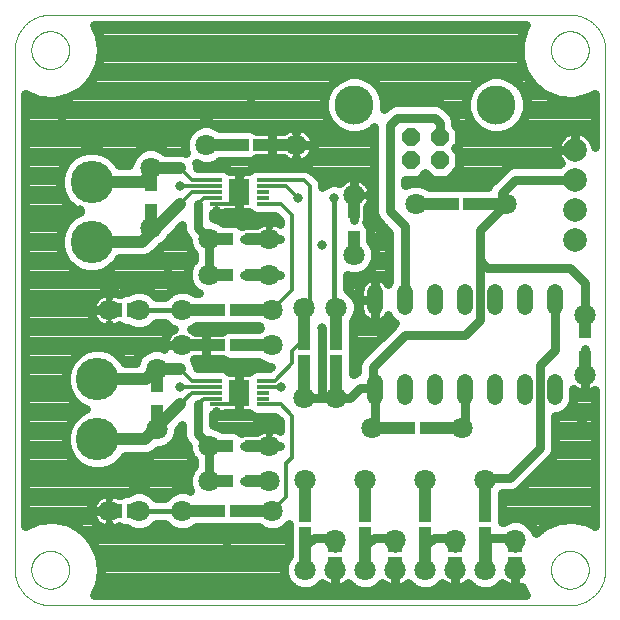
<source format=gtl>
G75*
%MOIN*%
%OFA0B0*%
%FSLAX25Y25*%
%IPPOS*%
%LPD*%
%AMOC8*
5,1,8,0,0,1.08239X$1,22.5*
%
%ADD10C,0.00000*%
%ADD11R,0.03937X0.10236*%
%ADD12C,0.07087*%
%ADD13C,0.05200*%
%ADD14R,0.12598X0.03937*%
%ADD15OC8,0.05740*%
%ADD16C,0.13055*%
%ADD17R,0.03937X0.12598*%
%ADD18R,0.04724X0.03150*%
%ADD19C,0.07874*%
%ADD20R,0.06772X0.08583*%
%ADD21R,0.03937X0.01181*%
%ADD22C,0.06299*%
%ADD23C,0.14173*%
%ADD24R,0.10236X0.03937*%
%ADD25R,0.03150X0.04724*%
%ADD26C,0.03150*%
%ADD27C,0.01600*%
%ADD28C,0.01181*%
%ADD29C,0.01575*%
%ADD30C,0.03150*%
%ADD31C,0.03937*%
D10*
X0015764Y0017535D02*
X0015764Y0190764D01*
X0021276Y0190764D02*
X0021278Y0190922D01*
X0021284Y0191080D01*
X0021294Y0191238D01*
X0021308Y0191396D01*
X0021326Y0191553D01*
X0021347Y0191710D01*
X0021373Y0191866D01*
X0021403Y0192022D01*
X0021436Y0192177D01*
X0021474Y0192330D01*
X0021515Y0192483D01*
X0021560Y0192635D01*
X0021609Y0192786D01*
X0021662Y0192935D01*
X0021718Y0193083D01*
X0021778Y0193229D01*
X0021842Y0193374D01*
X0021910Y0193517D01*
X0021981Y0193659D01*
X0022055Y0193799D01*
X0022133Y0193936D01*
X0022215Y0194072D01*
X0022299Y0194206D01*
X0022388Y0194337D01*
X0022479Y0194466D01*
X0022574Y0194593D01*
X0022671Y0194718D01*
X0022772Y0194840D01*
X0022876Y0194959D01*
X0022983Y0195076D01*
X0023093Y0195190D01*
X0023206Y0195301D01*
X0023321Y0195410D01*
X0023439Y0195515D01*
X0023560Y0195617D01*
X0023683Y0195717D01*
X0023809Y0195813D01*
X0023937Y0195906D01*
X0024067Y0195996D01*
X0024200Y0196082D01*
X0024335Y0196166D01*
X0024471Y0196245D01*
X0024610Y0196322D01*
X0024751Y0196394D01*
X0024893Y0196464D01*
X0025037Y0196529D01*
X0025183Y0196591D01*
X0025330Y0196649D01*
X0025479Y0196704D01*
X0025629Y0196755D01*
X0025780Y0196802D01*
X0025932Y0196845D01*
X0026085Y0196884D01*
X0026240Y0196920D01*
X0026395Y0196951D01*
X0026551Y0196979D01*
X0026707Y0197003D01*
X0026864Y0197023D01*
X0027022Y0197039D01*
X0027179Y0197051D01*
X0027338Y0197059D01*
X0027496Y0197063D01*
X0027654Y0197063D01*
X0027812Y0197059D01*
X0027971Y0197051D01*
X0028128Y0197039D01*
X0028286Y0197023D01*
X0028443Y0197003D01*
X0028599Y0196979D01*
X0028755Y0196951D01*
X0028910Y0196920D01*
X0029065Y0196884D01*
X0029218Y0196845D01*
X0029370Y0196802D01*
X0029521Y0196755D01*
X0029671Y0196704D01*
X0029820Y0196649D01*
X0029967Y0196591D01*
X0030113Y0196529D01*
X0030257Y0196464D01*
X0030399Y0196394D01*
X0030540Y0196322D01*
X0030679Y0196245D01*
X0030815Y0196166D01*
X0030950Y0196082D01*
X0031083Y0195996D01*
X0031213Y0195906D01*
X0031341Y0195813D01*
X0031467Y0195717D01*
X0031590Y0195617D01*
X0031711Y0195515D01*
X0031829Y0195410D01*
X0031944Y0195301D01*
X0032057Y0195190D01*
X0032167Y0195076D01*
X0032274Y0194959D01*
X0032378Y0194840D01*
X0032479Y0194718D01*
X0032576Y0194593D01*
X0032671Y0194466D01*
X0032762Y0194337D01*
X0032851Y0194206D01*
X0032935Y0194072D01*
X0033017Y0193936D01*
X0033095Y0193799D01*
X0033169Y0193659D01*
X0033240Y0193517D01*
X0033308Y0193374D01*
X0033372Y0193229D01*
X0033432Y0193083D01*
X0033488Y0192935D01*
X0033541Y0192786D01*
X0033590Y0192635D01*
X0033635Y0192483D01*
X0033676Y0192330D01*
X0033714Y0192177D01*
X0033747Y0192022D01*
X0033777Y0191866D01*
X0033803Y0191710D01*
X0033824Y0191553D01*
X0033842Y0191396D01*
X0033856Y0191238D01*
X0033866Y0191080D01*
X0033872Y0190922D01*
X0033874Y0190764D01*
X0033872Y0190606D01*
X0033866Y0190448D01*
X0033856Y0190290D01*
X0033842Y0190132D01*
X0033824Y0189975D01*
X0033803Y0189818D01*
X0033777Y0189662D01*
X0033747Y0189506D01*
X0033714Y0189351D01*
X0033676Y0189198D01*
X0033635Y0189045D01*
X0033590Y0188893D01*
X0033541Y0188742D01*
X0033488Y0188593D01*
X0033432Y0188445D01*
X0033372Y0188299D01*
X0033308Y0188154D01*
X0033240Y0188011D01*
X0033169Y0187869D01*
X0033095Y0187729D01*
X0033017Y0187592D01*
X0032935Y0187456D01*
X0032851Y0187322D01*
X0032762Y0187191D01*
X0032671Y0187062D01*
X0032576Y0186935D01*
X0032479Y0186810D01*
X0032378Y0186688D01*
X0032274Y0186569D01*
X0032167Y0186452D01*
X0032057Y0186338D01*
X0031944Y0186227D01*
X0031829Y0186118D01*
X0031711Y0186013D01*
X0031590Y0185911D01*
X0031467Y0185811D01*
X0031341Y0185715D01*
X0031213Y0185622D01*
X0031083Y0185532D01*
X0030950Y0185446D01*
X0030815Y0185362D01*
X0030679Y0185283D01*
X0030540Y0185206D01*
X0030399Y0185134D01*
X0030257Y0185064D01*
X0030113Y0184999D01*
X0029967Y0184937D01*
X0029820Y0184879D01*
X0029671Y0184824D01*
X0029521Y0184773D01*
X0029370Y0184726D01*
X0029218Y0184683D01*
X0029065Y0184644D01*
X0028910Y0184608D01*
X0028755Y0184577D01*
X0028599Y0184549D01*
X0028443Y0184525D01*
X0028286Y0184505D01*
X0028128Y0184489D01*
X0027971Y0184477D01*
X0027812Y0184469D01*
X0027654Y0184465D01*
X0027496Y0184465D01*
X0027338Y0184469D01*
X0027179Y0184477D01*
X0027022Y0184489D01*
X0026864Y0184505D01*
X0026707Y0184525D01*
X0026551Y0184549D01*
X0026395Y0184577D01*
X0026240Y0184608D01*
X0026085Y0184644D01*
X0025932Y0184683D01*
X0025780Y0184726D01*
X0025629Y0184773D01*
X0025479Y0184824D01*
X0025330Y0184879D01*
X0025183Y0184937D01*
X0025037Y0184999D01*
X0024893Y0185064D01*
X0024751Y0185134D01*
X0024610Y0185206D01*
X0024471Y0185283D01*
X0024335Y0185362D01*
X0024200Y0185446D01*
X0024067Y0185532D01*
X0023937Y0185622D01*
X0023809Y0185715D01*
X0023683Y0185811D01*
X0023560Y0185911D01*
X0023439Y0186013D01*
X0023321Y0186118D01*
X0023206Y0186227D01*
X0023093Y0186338D01*
X0022983Y0186452D01*
X0022876Y0186569D01*
X0022772Y0186688D01*
X0022671Y0186810D01*
X0022574Y0186935D01*
X0022479Y0187062D01*
X0022388Y0187191D01*
X0022299Y0187322D01*
X0022215Y0187456D01*
X0022133Y0187592D01*
X0022055Y0187729D01*
X0021981Y0187869D01*
X0021910Y0188011D01*
X0021842Y0188154D01*
X0021778Y0188299D01*
X0021718Y0188445D01*
X0021662Y0188593D01*
X0021609Y0188742D01*
X0021560Y0188893D01*
X0021515Y0189045D01*
X0021474Y0189198D01*
X0021436Y0189351D01*
X0021403Y0189506D01*
X0021373Y0189662D01*
X0021347Y0189818D01*
X0021326Y0189975D01*
X0021308Y0190132D01*
X0021294Y0190290D01*
X0021284Y0190448D01*
X0021278Y0190606D01*
X0021276Y0190764D01*
X0015764Y0190764D02*
X0015767Y0191049D01*
X0015778Y0191335D01*
X0015795Y0191620D01*
X0015819Y0191904D01*
X0015850Y0192188D01*
X0015888Y0192471D01*
X0015933Y0192752D01*
X0015984Y0193033D01*
X0016042Y0193313D01*
X0016107Y0193591D01*
X0016179Y0193867D01*
X0016257Y0194141D01*
X0016342Y0194414D01*
X0016434Y0194684D01*
X0016532Y0194952D01*
X0016636Y0195218D01*
X0016747Y0195481D01*
X0016864Y0195741D01*
X0016987Y0195999D01*
X0017117Y0196253D01*
X0017253Y0196504D01*
X0017394Y0196752D01*
X0017542Y0196996D01*
X0017695Y0197237D01*
X0017855Y0197473D01*
X0018020Y0197706D01*
X0018190Y0197935D01*
X0018366Y0198160D01*
X0018548Y0198380D01*
X0018734Y0198596D01*
X0018926Y0198807D01*
X0019123Y0199014D01*
X0019325Y0199216D01*
X0019532Y0199413D01*
X0019743Y0199605D01*
X0019959Y0199791D01*
X0020179Y0199973D01*
X0020404Y0200149D01*
X0020633Y0200319D01*
X0020866Y0200484D01*
X0021102Y0200644D01*
X0021343Y0200797D01*
X0021587Y0200945D01*
X0021835Y0201086D01*
X0022086Y0201222D01*
X0022340Y0201352D01*
X0022598Y0201475D01*
X0022858Y0201592D01*
X0023121Y0201703D01*
X0023387Y0201807D01*
X0023655Y0201905D01*
X0023925Y0201997D01*
X0024198Y0202082D01*
X0024472Y0202160D01*
X0024748Y0202232D01*
X0025026Y0202297D01*
X0025306Y0202355D01*
X0025587Y0202406D01*
X0025868Y0202451D01*
X0026151Y0202489D01*
X0026435Y0202520D01*
X0026719Y0202544D01*
X0027004Y0202561D01*
X0027290Y0202572D01*
X0027575Y0202575D01*
X0200803Y0202575D01*
X0194504Y0190764D02*
X0194506Y0190922D01*
X0194512Y0191080D01*
X0194522Y0191238D01*
X0194536Y0191396D01*
X0194554Y0191553D01*
X0194575Y0191710D01*
X0194601Y0191866D01*
X0194631Y0192022D01*
X0194664Y0192177D01*
X0194702Y0192330D01*
X0194743Y0192483D01*
X0194788Y0192635D01*
X0194837Y0192786D01*
X0194890Y0192935D01*
X0194946Y0193083D01*
X0195006Y0193229D01*
X0195070Y0193374D01*
X0195138Y0193517D01*
X0195209Y0193659D01*
X0195283Y0193799D01*
X0195361Y0193936D01*
X0195443Y0194072D01*
X0195527Y0194206D01*
X0195616Y0194337D01*
X0195707Y0194466D01*
X0195802Y0194593D01*
X0195899Y0194718D01*
X0196000Y0194840D01*
X0196104Y0194959D01*
X0196211Y0195076D01*
X0196321Y0195190D01*
X0196434Y0195301D01*
X0196549Y0195410D01*
X0196667Y0195515D01*
X0196788Y0195617D01*
X0196911Y0195717D01*
X0197037Y0195813D01*
X0197165Y0195906D01*
X0197295Y0195996D01*
X0197428Y0196082D01*
X0197563Y0196166D01*
X0197699Y0196245D01*
X0197838Y0196322D01*
X0197979Y0196394D01*
X0198121Y0196464D01*
X0198265Y0196529D01*
X0198411Y0196591D01*
X0198558Y0196649D01*
X0198707Y0196704D01*
X0198857Y0196755D01*
X0199008Y0196802D01*
X0199160Y0196845D01*
X0199313Y0196884D01*
X0199468Y0196920D01*
X0199623Y0196951D01*
X0199779Y0196979D01*
X0199935Y0197003D01*
X0200092Y0197023D01*
X0200250Y0197039D01*
X0200407Y0197051D01*
X0200566Y0197059D01*
X0200724Y0197063D01*
X0200882Y0197063D01*
X0201040Y0197059D01*
X0201199Y0197051D01*
X0201356Y0197039D01*
X0201514Y0197023D01*
X0201671Y0197003D01*
X0201827Y0196979D01*
X0201983Y0196951D01*
X0202138Y0196920D01*
X0202293Y0196884D01*
X0202446Y0196845D01*
X0202598Y0196802D01*
X0202749Y0196755D01*
X0202899Y0196704D01*
X0203048Y0196649D01*
X0203195Y0196591D01*
X0203341Y0196529D01*
X0203485Y0196464D01*
X0203627Y0196394D01*
X0203768Y0196322D01*
X0203907Y0196245D01*
X0204043Y0196166D01*
X0204178Y0196082D01*
X0204311Y0195996D01*
X0204441Y0195906D01*
X0204569Y0195813D01*
X0204695Y0195717D01*
X0204818Y0195617D01*
X0204939Y0195515D01*
X0205057Y0195410D01*
X0205172Y0195301D01*
X0205285Y0195190D01*
X0205395Y0195076D01*
X0205502Y0194959D01*
X0205606Y0194840D01*
X0205707Y0194718D01*
X0205804Y0194593D01*
X0205899Y0194466D01*
X0205990Y0194337D01*
X0206079Y0194206D01*
X0206163Y0194072D01*
X0206245Y0193936D01*
X0206323Y0193799D01*
X0206397Y0193659D01*
X0206468Y0193517D01*
X0206536Y0193374D01*
X0206600Y0193229D01*
X0206660Y0193083D01*
X0206716Y0192935D01*
X0206769Y0192786D01*
X0206818Y0192635D01*
X0206863Y0192483D01*
X0206904Y0192330D01*
X0206942Y0192177D01*
X0206975Y0192022D01*
X0207005Y0191866D01*
X0207031Y0191710D01*
X0207052Y0191553D01*
X0207070Y0191396D01*
X0207084Y0191238D01*
X0207094Y0191080D01*
X0207100Y0190922D01*
X0207102Y0190764D01*
X0207100Y0190606D01*
X0207094Y0190448D01*
X0207084Y0190290D01*
X0207070Y0190132D01*
X0207052Y0189975D01*
X0207031Y0189818D01*
X0207005Y0189662D01*
X0206975Y0189506D01*
X0206942Y0189351D01*
X0206904Y0189198D01*
X0206863Y0189045D01*
X0206818Y0188893D01*
X0206769Y0188742D01*
X0206716Y0188593D01*
X0206660Y0188445D01*
X0206600Y0188299D01*
X0206536Y0188154D01*
X0206468Y0188011D01*
X0206397Y0187869D01*
X0206323Y0187729D01*
X0206245Y0187592D01*
X0206163Y0187456D01*
X0206079Y0187322D01*
X0205990Y0187191D01*
X0205899Y0187062D01*
X0205804Y0186935D01*
X0205707Y0186810D01*
X0205606Y0186688D01*
X0205502Y0186569D01*
X0205395Y0186452D01*
X0205285Y0186338D01*
X0205172Y0186227D01*
X0205057Y0186118D01*
X0204939Y0186013D01*
X0204818Y0185911D01*
X0204695Y0185811D01*
X0204569Y0185715D01*
X0204441Y0185622D01*
X0204311Y0185532D01*
X0204178Y0185446D01*
X0204043Y0185362D01*
X0203907Y0185283D01*
X0203768Y0185206D01*
X0203627Y0185134D01*
X0203485Y0185064D01*
X0203341Y0184999D01*
X0203195Y0184937D01*
X0203048Y0184879D01*
X0202899Y0184824D01*
X0202749Y0184773D01*
X0202598Y0184726D01*
X0202446Y0184683D01*
X0202293Y0184644D01*
X0202138Y0184608D01*
X0201983Y0184577D01*
X0201827Y0184549D01*
X0201671Y0184525D01*
X0201514Y0184505D01*
X0201356Y0184489D01*
X0201199Y0184477D01*
X0201040Y0184469D01*
X0200882Y0184465D01*
X0200724Y0184465D01*
X0200566Y0184469D01*
X0200407Y0184477D01*
X0200250Y0184489D01*
X0200092Y0184505D01*
X0199935Y0184525D01*
X0199779Y0184549D01*
X0199623Y0184577D01*
X0199468Y0184608D01*
X0199313Y0184644D01*
X0199160Y0184683D01*
X0199008Y0184726D01*
X0198857Y0184773D01*
X0198707Y0184824D01*
X0198558Y0184879D01*
X0198411Y0184937D01*
X0198265Y0184999D01*
X0198121Y0185064D01*
X0197979Y0185134D01*
X0197838Y0185206D01*
X0197699Y0185283D01*
X0197563Y0185362D01*
X0197428Y0185446D01*
X0197295Y0185532D01*
X0197165Y0185622D01*
X0197037Y0185715D01*
X0196911Y0185811D01*
X0196788Y0185911D01*
X0196667Y0186013D01*
X0196549Y0186118D01*
X0196434Y0186227D01*
X0196321Y0186338D01*
X0196211Y0186452D01*
X0196104Y0186569D01*
X0196000Y0186688D01*
X0195899Y0186810D01*
X0195802Y0186935D01*
X0195707Y0187062D01*
X0195616Y0187191D01*
X0195527Y0187322D01*
X0195443Y0187456D01*
X0195361Y0187592D01*
X0195283Y0187729D01*
X0195209Y0187869D01*
X0195138Y0188011D01*
X0195070Y0188154D01*
X0195006Y0188299D01*
X0194946Y0188445D01*
X0194890Y0188593D01*
X0194837Y0188742D01*
X0194788Y0188893D01*
X0194743Y0189045D01*
X0194702Y0189198D01*
X0194664Y0189351D01*
X0194631Y0189506D01*
X0194601Y0189662D01*
X0194575Y0189818D01*
X0194554Y0189975D01*
X0194536Y0190132D01*
X0194522Y0190290D01*
X0194512Y0190448D01*
X0194506Y0190606D01*
X0194504Y0190764D01*
X0200803Y0202575D02*
X0201088Y0202572D01*
X0201374Y0202561D01*
X0201659Y0202544D01*
X0201943Y0202520D01*
X0202227Y0202489D01*
X0202510Y0202451D01*
X0202791Y0202406D01*
X0203072Y0202355D01*
X0203352Y0202297D01*
X0203630Y0202232D01*
X0203906Y0202160D01*
X0204180Y0202082D01*
X0204453Y0201997D01*
X0204723Y0201905D01*
X0204991Y0201807D01*
X0205257Y0201703D01*
X0205520Y0201592D01*
X0205780Y0201475D01*
X0206038Y0201352D01*
X0206292Y0201222D01*
X0206543Y0201086D01*
X0206791Y0200945D01*
X0207035Y0200797D01*
X0207276Y0200644D01*
X0207512Y0200484D01*
X0207745Y0200319D01*
X0207974Y0200149D01*
X0208199Y0199973D01*
X0208419Y0199791D01*
X0208635Y0199605D01*
X0208846Y0199413D01*
X0209053Y0199216D01*
X0209255Y0199014D01*
X0209452Y0198807D01*
X0209644Y0198596D01*
X0209830Y0198380D01*
X0210012Y0198160D01*
X0210188Y0197935D01*
X0210358Y0197706D01*
X0210523Y0197473D01*
X0210683Y0197237D01*
X0210836Y0196996D01*
X0210984Y0196752D01*
X0211125Y0196504D01*
X0211261Y0196253D01*
X0211391Y0195999D01*
X0211514Y0195741D01*
X0211631Y0195481D01*
X0211742Y0195218D01*
X0211846Y0194952D01*
X0211944Y0194684D01*
X0212036Y0194414D01*
X0212121Y0194141D01*
X0212199Y0193867D01*
X0212271Y0193591D01*
X0212336Y0193313D01*
X0212394Y0193033D01*
X0212445Y0192752D01*
X0212490Y0192471D01*
X0212528Y0192188D01*
X0212559Y0191904D01*
X0212583Y0191620D01*
X0212600Y0191335D01*
X0212611Y0191049D01*
X0212614Y0190764D01*
X0212614Y0017535D01*
X0194504Y0017535D02*
X0194506Y0017693D01*
X0194512Y0017851D01*
X0194522Y0018009D01*
X0194536Y0018167D01*
X0194554Y0018324D01*
X0194575Y0018481D01*
X0194601Y0018637D01*
X0194631Y0018793D01*
X0194664Y0018948D01*
X0194702Y0019101D01*
X0194743Y0019254D01*
X0194788Y0019406D01*
X0194837Y0019557D01*
X0194890Y0019706D01*
X0194946Y0019854D01*
X0195006Y0020000D01*
X0195070Y0020145D01*
X0195138Y0020288D01*
X0195209Y0020430D01*
X0195283Y0020570D01*
X0195361Y0020707D01*
X0195443Y0020843D01*
X0195527Y0020977D01*
X0195616Y0021108D01*
X0195707Y0021237D01*
X0195802Y0021364D01*
X0195899Y0021489D01*
X0196000Y0021611D01*
X0196104Y0021730D01*
X0196211Y0021847D01*
X0196321Y0021961D01*
X0196434Y0022072D01*
X0196549Y0022181D01*
X0196667Y0022286D01*
X0196788Y0022388D01*
X0196911Y0022488D01*
X0197037Y0022584D01*
X0197165Y0022677D01*
X0197295Y0022767D01*
X0197428Y0022853D01*
X0197563Y0022937D01*
X0197699Y0023016D01*
X0197838Y0023093D01*
X0197979Y0023165D01*
X0198121Y0023235D01*
X0198265Y0023300D01*
X0198411Y0023362D01*
X0198558Y0023420D01*
X0198707Y0023475D01*
X0198857Y0023526D01*
X0199008Y0023573D01*
X0199160Y0023616D01*
X0199313Y0023655D01*
X0199468Y0023691D01*
X0199623Y0023722D01*
X0199779Y0023750D01*
X0199935Y0023774D01*
X0200092Y0023794D01*
X0200250Y0023810D01*
X0200407Y0023822D01*
X0200566Y0023830D01*
X0200724Y0023834D01*
X0200882Y0023834D01*
X0201040Y0023830D01*
X0201199Y0023822D01*
X0201356Y0023810D01*
X0201514Y0023794D01*
X0201671Y0023774D01*
X0201827Y0023750D01*
X0201983Y0023722D01*
X0202138Y0023691D01*
X0202293Y0023655D01*
X0202446Y0023616D01*
X0202598Y0023573D01*
X0202749Y0023526D01*
X0202899Y0023475D01*
X0203048Y0023420D01*
X0203195Y0023362D01*
X0203341Y0023300D01*
X0203485Y0023235D01*
X0203627Y0023165D01*
X0203768Y0023093D01*
X0203907Y0023016D01*
X0204043Y0022937D01*
X0204178Y0022853D01*
X0204311Y0022767D01*
X0204441Y0022677D01*
X0204569Y0022584D01*
X0204695Y0022488D01*
X0204818Y0022388D01*
X0204939Y0022286D01*
X0205057Y0022181D01*
X0205172Y0022072D01*
X0205285Y0021961D01*
X0205395Y0021847D01*
X0205502Y0021730D01*
X0205606Y0021611D01*
X0205707Y0021489D01*
X0205804Y0021364D01*
X0205899Y0021237D01*
X0205990Y0021108D01*
X0206079Y0020977D01*
X0206163Y0020843D01*
X0206245Y0020707D01*
X0206323Y0020570D01*
X0206397Y0020430D01*
X0206468Y0020288D01*
X0206536Y0020145D01*
X0206600Y0020000D01*
X0206660Y0019854D01*
X0206716Y0019706D01*
X0206769Y0019557D01*
X0206818Y0019406D01*
X0206863Y0019254D01*
X0206904Y0019101D01*
X0206942Y0018948D01*
X0206975Y0018793D01*
X0207005Y0018637D01*
X0207031Y0018481D01*
X0207052Y0018324D01*
X0207070Y0018167D01*
X0207084Y0018009D01*
X0207094Y0017851D01*
X0207100Y0017693D01*
X0207102Y0017535D01*
X0207100Y0017377D01*
X0207094Y0017219D01*
X0207084Y0017061D01*
X0207070Y0016903D01*
X0207052Y0016746D01*
X0207031Y0016589D01*
X0207005Y0016433D01*
X0206975Y0016277D01*
X0206942Y0016122D01*
X0206904Y0015969D01*
X0206863Y0015816D01*
X0206818Y0015664D01*
X0206769Y0015513D01*
X0206716Y0015364D01*
X0206660Y0015216D01*
X0206600Y0015070D01*
X0206536Y0014925D01*
X0206468Y0014782D01*
X0206397Y0014640D01*
X0206323Y0014500D01*
X0206245Y0014363D01*
X0206163Y0014227D01*
X0206079Y0014093D01*
X0205990Y0013962D01*
X0205899Y0013833D01*
X0205804Y0013706D01*
X0205707Y0013581D01*
X0205606Y0013459D01*
X0205502Y0013340D01*
X0205395Y0013223D01*
X0205285Y0013109D01*
X0205172Y0012998D01*
X0205057Y0012889D01*
X0204939Y0012784D01*
X0204818Y0012682D01*
X0204695Y0012582D01*
X0204569Y0012486D01*
X0204441Y0012393D01*
X0204311Y0012303D01*
X0204178Y0012217D01*
X0204043Y0012133D01*
X0203907Y0012054D01*
X0203768Y0011977D01*
X0203627Y0011905D01*
X0203485Y0011835D01*
X0203341Y0011770D01*
X0203195Y0011708D01*
X0203048Y0011650D01*
X0202899Y0011595D01*
X0202749Y0011544D01*
X0202598Y0011497D01*
X0202446Y0011454D01*
X0202293Y0011415D01*
X0202138Y0011379D01*
X0201983Y0011348D01*
X0201827Y0011320D01*
X0201671Y0011296D01*
X0201514Y0011276D01*
X0201356Y0011260D01*
X0201199Y0011248D01*
X0201040Y0011240D01*
X0200882Y0011236D01*
X0200724Y0011236D01*
X0200566Y0011240D01*
X0200407Y0011248D01*
X0200250Y0011260D01*
X0200092Y0011276D01*
X0199935Y0011296D01*
X0199779Y0011320D01*
X0199623Y0011348D01*
X0199468Y0011379D01*
X0199313Y0011415D01*
X0199160Y0011454D01*
X0199008Y0011497D01*
X0198857Y0011544D01*
X0198707Y0011595D01*
X0198558Y0011650D01*
X0198411Y0011708D01*
X0198265Y0011770D01*
X0198121Y0011835D01*
X0197979Y0011905D01*
X0197838Y0011977D01*
X0197699Y0012054D01*
X0197563Y0012133D01*
X0197428Y0012217D01*
X0197295Y0012303D01*
X0197165Y0012393D01*
X0197037Y0012486D01*
X0196911Y0012582D01*
X0196788Y0012682D01*
X0196667Y0012784D01*
X0196549Y0012889D01*
X0196434Y0012998D01*
X0196321Y0013109D01*
X0196211Y0013223D01*
X0196104Y0013340D01*
X0196000Y0013459D01*
X0195899Y0013581D01*
X0195802Y0013706D01*
X0195707Y0013833D01*
X0195616Y0013962D01*
X0195527Y0014093D01*
X0195443Y0014227D01*
X0195361Y0014363D01*
X0195283Y0014500D01*
X0195209Y0014640D01*
X0195138Y0014782D01*
X0195070Y0014925D01*
X0195006Y0015070D01*
X0194946Y0015216D01*
X0194890Y0015364D01*
X0194837Y0015513D01*
X0194788Y0015664D01*
X0194743Y0015816D01*
X0194702Y0015969D01*
X0194664Y0016122D01*
X0194631Y0016277D01*
X0194601Y0016433D01*
X0194575Y0016589D01*
X0194554Y0016746D01*
X0194536Y0016903D01*
X0194522Y0017061D01*
X0194512Y0017219D01*
X0194506Y0017377D01*
X0194504Y0017535D01*
X0200803Y0005724D02*
X0201088Y0005727D01*
X0201374Y0005738D01*
X0201659Y0005755D01*
X0201943Y0005779D01*
X0202227Y0005810D01*
X0202510Y0005848D01*
X0202791Y0005893D01*
X0203072Y0005944D01*
X0203352Y0006002D01*
X0203630Y0006067D01*
X0203906Y0006139D01*
X0204180Y0006217D01*
X0204453Y0006302D01*
X0204723Y0006394D01*
X0204991Y0006492D01*
X0205257Y0006596D01*
X0205520Y0006707D01*
X0205780Y0006824D01*
X0206038Y0006947D01*
X0206292Y0007077D01*
X0206543Y0007213D01*
X0206791Y0007354D01*
X0207035Y0007502D01*
X0207276Y0007655D01*
X0207512Y0007815D01*
X0207745Y0007980D01*
X0207974Y0008150D01*
X0208199Y0008326D01*
X0208419Y0008508D01*
X0208635Y0008694D01*
X0208846Y0008886D01*
X0209053Y0009083D01*
X0209255Y0009285D01*
X0209452Y0009492D01*
X0209644Y0009703D01*
X0209830Y0009919D01*
X0210012Y0010139D01*
X0210188Y0010364D01*
X0210358Y0010593D01*
X0210523Y0010826D01*
X0210683Y0011062D01*
X0210836Y0011303D01*
X0210984Y0011547D01*
X0211125Y0011795D01*
X0211261Y0012046D01*
X0211391Y0012300D01*
X0211514Y0012558D01*
X0211631Y0012818D01*
X0211742Y0013081D01*
X0211846Y0013347D01*
X0211944Y0013615D01*
X0212036Y0013885D01*
X0212121Y0014158D01*
X0212199Y0014432D01*
X0212271Y0014708D01*
X0212336Y0014986D01*
X0212394Y0015266D01*
X0212445Y0015547D01*
X0212490Y0015828D01*
X0212528Y0016111D01*
X0212559Y0016395D01*
X0212583Y0016679D01*
X0212600Y0016964D01*
X0212611Y0017250D01*
X0212614Y0017535D01*
X0200803Y0005724D02*
X0027575Y0005724D01*
X0021276Y0017535D02*
X0021278Y0017693D01*
X0021284Y0017851D01*
X0021294Y0018009D01*
X0021308Y0018167D01*
X0021326Y0018324D01*
X0021347Y0018481D01*
X0021373Y0018637D01*
X0021403Y0018793D01*
X0021436Y0018948D01*
X0021474Y0019101D01*
X0021515Y0019254D01*
X0021560Y0019406D01*
X0021609Y0019557D01*
X0021662Y0019706D01*
X0021718Y0019854D01*
X0021778Y0020000D01*
X0021842Y0020145D01*
X0021910Y0020288D01*
X0021981Y0020430D01*
X0022055Y0020570D01*
X0022133Y0020707D01*
X0022215Y0020843D01*
X0022299Y0020977D01*
X0022388Y0021108D01*
X0022479Y0021237D01*
X0022574Y0021364D01*
X0022671Y0021489D01*
X0022772Y0021611D01*
X0022876Y0021730D01*
X0022983Y0021847D01*
X0023093Y0021961D01*
X0023206Y0022072D01*
X0023321Y0022181D01*
X0023439Y0022286D01*
X0023560Y0022388D01*
X0023683Y0022488D01*
X0023809Y0022584D01*
X0023937Y0022677D01*
X0024067Y0022767D01*
X0024200Y0022853D01*
X0024335Y0022937D01*
X0024471Y0023016D01*
X0024610Y0023093D01*
X0024751Y0023165D01*
X0024893Y0023235D01*
X0025037Y0023300D01*
X0025183Y0023362D01*
X0025330Y0023420D01*
X0025479Y0023475D01*
X0025629Y0023526D01*
X0025780Y0023573D01*
X0025932Y0023616D01*
X0026085Y0023655D01*
X0026240Y0023691D01*
X0026395Y0023722D01*
X0026551Y0023750D01*
X0026707Y0023774D01*
X0026864Y0023794D01*
X0027022Y0023810D01*
X0027179Y0023822D01*
X0027338Y0023830D01*
X0027496Y0023834D01*
X0027654Y0023834D01*
X0027812Y0023830D01*
X0027971Y0023822D01*
X0028128Y0023810D01*
X0028286Y0023794D01*
X0028443Y0023774D01*
X0028599Y0023750D01*
X0028755Y0023722D01*
X0028910Y0023691D01*
X0029065Y0023655D01*
X0029218Y0023616D01*
X0029370Y0023573D01*
X0029521Y0023526D01*
X0029671Y0023475D01*
X0029820Y0023420D01*
X0029967Y0023362D01*
X0030113Y0023300D01*
X0030257Y0023235D01*
X0030399Y0023165D01*
X0030540Y0023093D01*
X0030679Y0023016D01*
X0030815Y0022937D01*
X0030950Y0022853D01*
X0031083Y0022767D01*
X0031213Y0022677D01*
X0031341Y0022584D01*
X0031467Y0022488D01*
X0031590Y0022388D01*
X0031711Y0022286D01*
X0031829Y0022181D01*
X0031944Y0022072D01*
X0032057Y0021961D01*
X0032167Y0021847D01*
X0032274Y0021730D01*
X0032378Y0021611D01*
X0032479Y0021489D01*
X0032576Y0021364D01*
X0032671Y0021237D01*
X0032762Y0021108D01*
X0032851Y0020977D01*
X0032935Y0020843D01*
X0033017Y0020707D01*
X0033095Y0020570D01*
X0033169Y0020430D01*
X0033240Y0020288D01*
X0033308Y0020145D01*
X0033372Y0020000D01*
X0033432Y0019854D01*
X0033488Y0019706D01*
X0033541Y0019557D01*
X0033590Y0019406D01*
X0033635Y0019254D01*
X0033676Y0019101D01*
X0033714Y0018948D01*
X0033747Y0018793D01*
X0033777Y0018637D01*
X0033803Y0018481D01*
X0033824Y0018324D01*
X0033842Y0018167D01*
X0033856Y0018009D01*
X0033866Y0017851D01*
X0033872Y0017693D01*
X0033874Y0017535D01*
X0033872Y0017377D01*
X0033866Y0017219D01*
X0033856Y0017061D01*
X0033842Y0016903D01*
X0033824Y0016746D01*
X0033803Y0016589D01*
X0033777Y0016433D01*
X0033747Y0016277D01*
X0033714Y0016122D01*
X0033676Y0015969D01*
X0033635Y0015816D01*
X0033590Y0015664D01*
X0033541Y0015513D01*
X0033488Y0015364D01*
X0033432Y0015216D01*
X0033372Y0015070D01*
X0033308Y0014925D01*
X0033240Y0014782D01*
X0033169Y0014640D01*
X0033095Y0014500D01*
X0033017Y0014363D01*
X0032935Y0014227D01*
X0032851Y0014093D01*
X0032762Y0013962D01*
X0032671Y0013833D01*
X0032576Y0013706D01*
X0032479Y0013581D01*
X0032378Y0013459D01*
X0032274Y0013340D01*
X0032167Y0013223D01*
X0032057Y0013109D01*
X0031944Y0012998D01*
X0031829Y0012889D01*
X0031711Y0012784D01*
X0031590Y0012682D01*
X0031467Y0012582D01*
X0031341Y0012486D01*
X0031213Y0012393D01*
X0031083Y0012303D01*
X0030950Y0012217D01*
X0030815Y0012133D01*
X0030679Y0012054D01*
X0030540Y0011977D01*
X0030399Y0011905D01*
X0030257Y0011835D01*
X0030113Y0011770D01*
X0029967Y0011708D01*
X0029820Y0011650D01*
X0029671Y0011595D01*
X0029521Y0011544D01*
X0029370Y0011497D01*
X0029218Y0011454D01*
X0029065Y0011415D01*
X0028910Y0011379D01*
X0028755Y0011348D01*
X0028599Y0011320D01*
X0028443Y0011296D01*
X0028286Y0011276D01*
X0028128Y0011260D01*
X0027971Y0011248D01*
X0027812Y0011240D01*
X0027654Y0011236D01*
X0027496Y0011236D01*
X0027338Y0011240D01*
X0027179Y0011248D01*
X0027022Y0011260D01*
X0026864Y0011276D01*
X0026707Y0011296D01*
X0026551Y0011320D01*
X0026395Y0011348D01*
X0026240Y0011379D01*
X0026085Y0011415D01*
X0025932Y0011454D01*
X0025780Y0011497D01*
X0025629Y0011544D01*
X0025479Y0011595D01*
X0025330Y0011650D01*
X0025183Y0011708D01*
X0025037Y0011770D01*
X0024893Y0011835D01*
X0024751Y0011905D01*
X0024610Y0011977D01*
X0024471Y0012054D01*
X0024335Y0012133D01*
X0024200Y0012217D01*
X0024067Y0012303D01*
X0023937Y0012393D01*
X0023809Y0012486D01*
X0023683Y0012582D01*
X0023560Y0012682D01*
X0023439Y0012784D01*
X0023321Y0012889D01*
X0023206Y0012998D01*
X0023093Y0013109D01*
X0022983Y0013223D01*
X0022876Y0013340D01*
X0022772Y0013459D01*
X0022671Y0013581D01*
X0022574Y0013706D01*
X0022479Y0013833D01*
X0022388Y0013962D01*
X0022299Y0014093D01*
X0022215Y0014227D01*
X0022133Y0014363D01*
X0022055Y0014500D01*
X0021981Y0014640D01*
X0021910Y0014782D01*
X0021842Y0014925D01*
X0021778Y0015070D01*
X0021718Y0015216D01*
X0021662Y0015364D01*
X0021609Y0015513D01*
X0021560Y0015664D01*
X0021515Y0015816D01*
X0021474Y0015969D01*
X0021436Y0016122D01*
X0021403Y0016277D01*
X0021373Y0016433D01*
X0021347Y0016589D01*
X0021326Y0016746D01*
X0021308Y0016903D01*
X0021294Y0017061D01*
X0021284Y0017219D01*
X0021278Y0017377D01*
X0021276Y0017535D01*
X0015764Y0017535D02*
X0015767Y0017250D01*
X0015778Y0016964D01*
X0015795Y0016679D01*
X0015819Y0016395D01*
X0015850Y0016111D01*
X0015888Y0015828D01*
X0015933Y0015547D01*
X0015984Y0015266D01*
X0016042Y0014986D01*
X0016107Y0014708D01*
X0016179Y0014432D01*
X0016257Y0014158D01*
X0016342Y0013885D01*
X0016434Y0013615D01*
X0016532Y0013347D01*
X0016636Y0013081D01*
X0016747Y0012818D01*
X0016864Y0012558D01*
X0016987Y0012300D01*
X0017117Y0012046D01*
X0017253Y0011795D01*
X0017394Y0011547D01*
X0017542Y0011303D01*
X0017695Y0011062D01*
X0017855Y0010826D01*
X0018020Y0010593D01*
X0018190Y0010364D01*
X0018366Y0010139D01*
X0018548Y0009919D01*
X0018734Y0009703D01*
X0018926Y0009492D01*
X0019123Y0009285D01*
X0019325Y0009083D01*
X0019532Y0008886D01*
X0019743Y0008694D01*
X0019959Y0008508D01*
X0020179Y0008326D01*
X0020404Y0008150D01*
X0020633Y0007980D01*
X0020866Y0007815D01*
X0021102Y0007655D01*
X0021343Y0007502D01*
X0021587Y0007354D01*
X0021835Y0007213D01*
X0022086Y0007077D01*
X0022340Y0006947D01*
X0022598Y0006824D01*
X0022858Y0006707D01*
X0023121Y0006596D01*
X0023387Y0006492D01*
X0023655Y0006394D01*
X0023925Y0006302D01*
X0024198Y0006217D01*
X0024472Y0006139D01*
X0024748Y0006067D01*
X0025026Y0006002D01*
X0025306Y0005944D01*
X0025587Y0005893D01*
X0025868Y0005848D01*
X0026151Y0005810D01*
X0026435Y0005779D01*
X0026719Y0005755D01*
X0027004Y0005738D01*
X0027290Y0005727D01*
X0027575Y0005724D01*
D11*
X0063008Y0067535D03*
X0063008Y0081709D03*
X0061039Y0134465D03*
X0061039Y0148638D03*
X0128677Y0139661D03*
X0128677Y0125488D03*
X0205764Y0099661D03*
X0205764Y0085488D03*
D12*
X0205764Y0082575D03*
X0205764Y0102575D03*
X0179583Y0139543D03*
X0149583Y0139543D03*
X0128677Y0142575D03*
X0128677Y0122575D03*
X0122988Y0104937D03*
X0112201Y0104937D03*
X0101630Y0104150D03*
X0101630Y0092339D03*
X0112201Y0074937D03*
X0122988Y0074937D03*
X0134976Y0064937D03*
X0132614Y0047575D03*
X0112614Y0047575D03*
X0101630Y0037220D03*
X0100567Y0047063D03*
X0100567Y0058874D03*
X0080567Y0058874D03*
X0080567Y0047063D03*
X0071630Y0037220D03*
X0057260Y0037220D03*
X0047260Y0037220D03*
X0063008Y0064622D03*
X0063008Y0084622D03*
X0071630Y0092339D03*
X0071630Y0104150D03*
X0057260Y0104150D03*
X0047260Y0104150D03*
X0061039Y0131551D03*
X0080567Y0127772D03*
X0080567Y0115961D03*
X0100567Y0115961D03*
X0100567Y0127772D03*
X0109504Y0159268D03*
X0079504Y0159268D03*
X0061039Y0151551D03*
X0164976Y0064937D03*
X0172614Y0047575D03*
X0152614Y0047575D03*
X0142614Y0027575D03*
X0142614Y0017575D03*
X0132614Y0017575D03*
X0122614Y0017575D03*
X0122614Y0027575D03*
X0112614Y0017575D03*
X0152614Y0017575D03*
X0162614Y0017575D03*
X0162614Y0027575D03*
X0172614Y0017575D03*
X0182614Y0017575D03*
X0182614Y0027575D03*
D13*
X0185764Y0074975D02*
X0185764Y0080175D01*
X0195764Y0080175D02*
X0195764Y0074975D01*
X0175764Y0074975D02*
X0175764Y0080175D01*
X0165764Y0080175D02*
X0165764Y0074975D01*
X0155764Y0074975D02*
X0155764Y0080175D01*
X0145764Y0080175D02*
X0145764Y0074975D01*
X0135764Y0074975D02*
X0135764Y0080175D01*
X0135764Y0104975D02*
X0135764Y0110175D01*
X0145764Y0110175D02*
X0145764Y0104975D01*
X0155764Y0104975D02*
X0155764Y0110175D01*
X0165764Y0110175D02*
X0165764Y0104975D01*
X0175764Y0104975D02*
X0175764Y0110175D01*
X0185764Y0110175D02*
X0185764Y0104975D01*
X0195764Y0104975D02*
X0195764Y0110175D01*
D14*
X0171669Y0139543D03*
X0157496Y0139543D03*
X0101591Y0159268D03*
X0087417Y0159268D03*
X0093717Y0104150D03*
X0093717Y0092339D03*
X0079543Y0092339D03*
X0079543Y0104150D03*
X0142890Y0064937D03*
X0157063Y0064937D03*
X0093717Y0037220D03*
X0079543Y0037220D03*
D15*
X0147693Y0154031D03*
X0147693Y0161906D03*
X0157535Y0161906D03*
X0157535Y0154031D03*
D16*
X0176315Y0172575D03*
X0128913Y0172575D03*
D17*
X0122988Y0097024D03*
X0112201Y0097024D03*
X0112201Y0082850D03*
X0122988Y0082850D03*
X0132614Y0039661D03*
X0132614Y0025488D03*
X0112614Y0025488D03*
X0112614Y0039661D03*
X0152614Y0039661D03*
X0152614Y0025488D03*
X0172614Y0025488D03*
X0172614Y0039661D03*
D18*
X0162614Y0024661D03*
X0162614Y0020488D03*
X0142614Y0020488D03*
X0142614Y0024661D03*
X0122614Y0024661D03*
X0122614Y0020488D03*
X0182614Y0020488D03*
X0182614Y0024661D03*
D19*
X0202614Y0127575D03*
X0202614Y0137575D03*
X0202614Y0147575D03*
X0202614Y0157575D03*
D20*
X0090567Y0143520D03*
X0090567Y0076591D03*
D21*
X0098441Y0076591D03*
X0098441Y0078559D03*
X0098441Y0080528D03*
X0098441Y0074622D03*
X0098441Y0072654D03*
X0082693Y0072654D03*
X0082693Y0074622D03*
X0082693Y0076591D03*
X0082693Y0078559D03*
X0082693Y0080528D03*
X0082693Y0139583D03*
X0082693Y0141551D03*
X0082693Y0143520D03*
X0082693Y0145488D03*
X0082693Y0147457D03*
X0098441Y0147457D03*
X0098441Y0145488D03*
X0098441Y0143520D03*
X0098441Y0141551D03*
X0098441Y0139583D03*
D22*
X0090567Y0143520D03*
X0090567Y0076591D03*
D23*
X0043323Y0081079D03*
X0043323Y0061079D03*
X0041354Y0126827D03*
X0041354Y0146827D03*
D24*
X0083480Y0127772D03*
X0083480Y0115961D03*
X0097654Y0115961D03*
X0097654Y0127772D03*
X0097654Y0058874D03*
X0097654Y0047063D03*
X0083480Y0047063D03*
X0083480Y0058874D03*
D25*
X0054346Y0037220D03*
X0050173Y0037220D03*
X0050173Y0104150D03*
X0054346Y0104150D03*
D26*
X0049228Y0104150D02*
X0047260Y0104150D01*
X0047260Y0104150D01*
X0047260Y0104150D01*
X0041142Y0104150D01*
X0041142Y0104631D01*
X0041292Y0105582D01*
X0041590Y0106498D01*
X0042027Y0107356D01*
X0042593Y0108135D01*
X0043274Y0108816D01*
X0044053Y0109382D01*
X0044911Y0109819D01*
X0045827Y0110117D01*
X0046778Y0110268D01*
X0047260Y0110268D01*
X0047260Y0108714D01*
X0047260Y0108714D01*
X0047260Y0110268D01*
X0047741Y0110268D01*
X0048692Y0110117D01*
X0049608Y0109819D01*
X0050466Y0109382D01*
X0050562Y0109313D01*
X0050765Y0109516D01*
X0052067Y0110055D01*
X0053143Y0110055D01*
X0053246Y0110157D01*
X0055850Y0111236D01*
X0058669Y0111236D01*
X0061274Y0110157D01*
X0062951Y0108480D01*
X0065939Y0108480D01*
X0067616Y0110157D01*
X0070220Y0111236D01*
X0073040Y0111236D01*
X0075644Y0110157D01*
X0076140Y0109661D01*
X0077256Y0109661D01*
X0076553Y0109953D01*
X0074559Y0111946D01*
X0073480Y0114551D01*
X0073480Y0117370D01*
X0074559Y0119975D01*
X0075449Y0120864D01*
X0075449Y0122868D01*
X0074559Y0123757D01*
X0073480Y0126362D01*
X0073480Y0127620D01*
X0072448Y0128652D01*
X0071669Y0130533D01*
X0071669Y0132575D01*
X0067341Y0128247D01*
X0067047Y0127537D01*
X0065054Y0125543D01*
X0064343Y0125249D01*
X0061248Y0122154D01*
X0059222Y0121315D01*
X0050446Y0121315D01*
X0049860Y0120300D01*
X0047881Y0118321D01*
X0045457Y0116921D01*
X0042754Y0116197D01*
X0039955Y0116197D01*
X0037251Y0116921D01*
X0034827Y0118321D01*
X0032848Y0120300D01*
X0031449Y0122724D01*
X0030724Y0125427D01*
X0030724Y0128226D01*
X0031449Y0130930D01*
X0032848Y0133354D01*
X0034827Y0135333D01*
X0037251Y0136732D01*
X0037604Y0136827D01*
X0037251Y0136921D01*
X0034827Y0138321D01*
X0032848Y0140300D01*
X0031449Y0142724D01*
X0030724Y0145427D01*
X0030724Y0148226D01*
X0031449Y0150930D01*
X0032848Y0153354D01*
X0034827Y0155333D01*
X0037251Y0156732D01*
X0039955Y0157457D01*
X0042754Y0157457D01*
X0045457Y0156732D01*
X0047881Y0155333D01*
X0049860Y0153354D01*
X0050446Y0152339D01*
X0053953Y0152339D01*
X0053953Y0152961D01*
X0055032Y0155565D01*
X0057025Y0157559D01*
X0059630Y0158638D01*
X0062449Y0158638D01*
X0065054Y0157559D01*
X0065707Y0156905D01*
X0071978Y0156905D01*
X0072985Y0156489D01*
X0072417Y0157858D01*
X0072417Y0160677D01*
X0073496Y0163282D01*
X0075490Y0165275D01*
X0078094Y0166354D01*
X0080914Y0166354D01*
X0083518Y0165275D01*
X0084014Y0164780D01*
X0094421Y0164780D01*
X0095724Y0164240D01*
X0096153Y0163811D01*
X0101590Y0163811D01*
X0101590Y0159268D01*
X0101591Y0159268D01*
X0109504Y0159268D01*
X0115622Y0159268D01*
X0115622Y0159749D01*
X0115471Y0160700D01*
X0115174Y0161616D01*
X0114737Y0162474D01*
X0114171Y0163253D01*
X0113490Y0163934D01*
X0112711Y0164500D01*
X0111852Y0164938D01*
X0110937Y0165235D01*
X0109985Y0165386D01*
X0109504Y0165386D01*
X0109504Y0163254D01*
X0109504Y0163254D01*
X0109504Y0165386D01*
X0109022Y0165386D01*
X0108071Y0165235D01*
X0107155Y0164938D01*
X0106297Y0164500D01*
X0105518Y0163934D01*
X0105395Y0163811D01*
X0101591Y0163811D01*
X0101591Y0159268D01*
X0101591Y0159268D01*
X0109504Y0159268D01*
X0109504Y0159268D01*
X0109504Y0159268D01*
X0115622Y0159268D01*
X0115622Y0158786D01*
X0115471Y0157835D01*
X0115174Y0156919D01*
X0114737Y0156061D01*
X0114171Y0155282D01*
X0113490Y0154601D01*
X0112711Y0154035D01*
X0111852Y0153598D01*
X0110937Y0153300D01*
X0109985Y0153150D01*
X0109504Y0153150D01*
X0109504Y0155281D01*
X0109504Y0155281D01*
X0109504Y0153150D01*
X0109022Y0153150D01*
X0108071Y0153300D01*
X0107155Y0153598D01*
X0106297Y0154035D01*
X0105518Y0154601D01*
X0105395Y0154724D01*
X0101591Y0154724D01*
X0101591Y0159268D01*
X0101590Y0159268D01*
X0101590Y0154724D01*
X0096153Y0154724D01*
X0095724Y0154295D01*
X0094421Y0153756D01*
X0084014Y0153756D01*
X0083518Y0153260D01*
X0080914Y0152181D01*
X0078094Y0152181D01*
X0076196Y0152967D01*
X0076394Y0152490D01*
X0076394Y0151728D01*
X0076531Y0151591D01*
X0085366Y0151591D01*
X0086669Y0151051D01*
X0087334Y0150386D01*
X0090449Y0150386D01*
X0090449Y0149244D01*
X0090567Y0149244D01*
X0090567Y0143638D01*
X0090567Y0143638D01*
X0090567Y0149244D01*
X0090685Y0149244D01*
X0090685Y0150386D01*
X0093800Y0150386D01*
X0094465Y0151051D01*
X0095768Y0151591D01*
X0113043Y0151591D01*
X0114562Y0150961D01*
X0116531Y0148993D01*
X0117693Y0147830D01*
X0118323Y0146310D01*
X0118323Y0145049D01*
X0119164Y0145890D01*
X0121045Y0146669D01*
X0123081Y0146669D01*
X0123856Y0146348D01*
X0124011Y0146560D01*
X0124691Y0147241D01*
X0125471Y0147807D01*
X0126329Y0148245D01*
X0127245Y0148542D01*
X0128196Y0148693D01*
X0128677Y0148693D01*
X0128677Y0142575D01*
X0128677Y0142575D01*
X0128677Y0148693D01*
X0129159Y0148693D01*
X0130110Y0148542D01*
X0131026Y0148245D01*
X0131884Y0147807D01*
X0132663Y0147241D01*
X0133344Y0146560D01*
X0133910Y0145781D01*
X0134347Y0144923D01*
X0134645Y0144007D01*
X0134795Y0143056D01*
X0134795Y0142575D01*
X0133220Y0142575D01*
X0133220Y0142575D01*
X0134795Y0142575D01*
X0134795Y0142093D01*
X0134645Y0141142D01*
X0134347Y0140226D01*
X0133910Y0139368D01*
X0133344Y0138589D01*
X0133220Y0138466D01*
X0133220Y0134290D01*
X0133122Y0133792D01*
X0132931Y0133332D01*
X0133650Y0132613D01*
X0134189Y0131311D01*
X0134189Y0127085D01*
X0134685Y0126589D01*
X0135764Y0123984D01*
X0135764Y0121165D01*
X0134685Y0118561D01*
X0132691Y0116567D01*
X0130087Y0115488D01*
X0127268Y0115488D01*
X0126394Y0115850D01*
X0126394Y0111197D01*
X0127002Y0110945D01*
X0128996Y0108951D01*
X0130075Y0106347D01*
X0130075Y0103527D01*
X0128996Y0100923D01*
X0128500Y0100427D01*
X0128500Y0090020D01*
X0128466Y0089937D01*
X0128500Y0089854D01*
X0128500Y0082827D01*
X0129746Y0083343D01*
X0129996Y0083343D01*
X0129996Y0086093D01*
X0130775Y0087974D01*
X0141425Y0098624D01*
X0142485Y0099684D01*
X0142284Y0099767D01*
X0140556Y0101495D01*
X0140216Y0102315D01*
X0140190Y0102263D01*
X0139711Y0101604D01*
X0139135Y0101028D01*
X0138476Y0100549D01*
X0137750Y0100179D01*
X0136976Y0099927D01*
X0136171Y0099800D01*
X0135764Y0099800D01*
X0135764Y0107575D01*
X0135764Y0107575D01*
X0135764Y0115350D01*
X0136171Y0115350D01*
X0136976Y0115222D01*
X0137750Y0114970D01*
X0138476Y0114601D01*
X0139135Y0114122D01*
X0139711Y0113546D01*
X0140190Y0112887D01*
X0140216Y0112835D01*
X0140556Y0113655D01*
X0140646Y0113745D01*
X0140646Y0129884D01*
X0136425Y0134105D01*
X0135646Y0135986D01*
X0135646Y0165065D01*
X0135097Y0164516D01*
X0132801Y0163190D01*
X0130239Y0162504D01*
X0127588Y0162504D01*
X0125026Y0163190D01*
X0122730Y0164516D01*
X0120855Y0166391D01*
X0119529Y0168688D01*
X0118843Y0171249D01*
X0118843Y0173901D01*
X0119529Y0176462D01*
X0120855Y0178758D01*
X0122730Y0180633D01*
X0125026Y0181959D01*
X0127588Y0182646D01*
X0130239Y0182646D01*
X0132801Y0181959D01*
X0135097Y0180633D01*
X0136972Y0178758D01*
X0138298Y0176462D01*
X0138984Y0173901D01*
X0138984Y0171249D01*
X0138960Y0171159D01*
X0140365Y0172563D01*
X0142246Y0173343D01*
X0156782Y0173343D01*
X0158663Y0172563D01*
X0160103Y0171124D01*
X0161874Y0169352D01*
X0162654Y0167471D01*
X0162654Y0165857D01*
X0163949Y0164562D01*
X0163949Y0159249D01*
X0162668Y0157968D01*
X0163949Y0156688D01*
X0163949Y0151375D01*
X0160192Y0147618D01*
X0154879Y0147618D01*
X0152614Y0149883D01*
X0150349Y0147618D01*
X0145882Y0147618D01*
X0145882Y0145681D01*
X0148173Y0146630D01*
X0150992Y0146630D01*
X0153597Y0145551D01*
X0154093Y0145055D01*
X0164500Y0145055D01*
X0164583Y0145021D01*
X0164665Y0145055D01*
X0173482Y0145055D01*
X0173925Y0146124D01*
X0175365Y0147563D01*
X0179715Y0151914D01*
X0181596Y0152693D01*
X0197154Y0152693D01*
X0197720Y0153260D01*
X0197708Y0153272D01*
X0197188Y0153949D01*
X0196761Y0154689D01*
X0196435Y0155477D01*
X0196214Y0156302D01*
X0196102Y0157148D01*
X0196102Y0157575D01*
X0202614Y0157575D01*
X0202614Y0164087D01*
X0202187Y0164087D01*
X0201341Y0163975D01*
X0200517Y0163754D01*
X0199728Y0163428D01*
X0198989Y0163001D01*
X0198311Y0162481D01*
X0197708Y0161878D01*
X0197188Y0161200D01*
X0196761Y0160461D01*
X0196435Y0159672D01*
X0196214Y0158848D01*
X0196102Y0158002D01*
X0196102Y0157575D01*
X0202614Y0157575D01*
X0202614Y0157575D01*
X0202614Y0157575D01*
X0202614Y0164087D01*
X0203041Y0164087D01*
X0203887Y0163975D01*
X0204712Y0163754D01*
X0205500Y0163428D01*
X0206240Y0163001D01*
X0206917Y0162481D01*
X0207521Y0161878D01*
X0208040Y0161200D01*
X0208467Y0160461D01*
X0208794Y0159672D01*
X0209015Y0158848D01*
X0209071Y0158420D01*
X0209071Y0176193D01*
X0206993Y0174993D01*
X0202069Y0173869D01*
X0197033Y0174247D01*
X0197033Y0174247D01*
X0192332Y0176092D01*
X0192332Y0176092D01*
X0188384Y0179240D01*
X0188384Y0179240D01*
X0188384Y0179240D01*
X0185539Y0183413D01*
X0185539Y0183413D01*
X0184051Y0188239D01*
X0184051Y0193289D01*
X0185539Y0198115D01*
X0185539Y0198115D01*
X0186164Y0199031D01*
X0042187Y0199031D01*
X0043764Y0195757D01*
X0043764Y0195757D01*
X0044517Y0190764D01*
X0043764Y0185770D01*
X0043764Y0185770D01*
X0041573Y0181220D01*
X0041573Y0181220D01*
X0038138Y0177518D01*
X0038138Y0177518D01*
X0038138Y0177518D01*
X0033764Y0174993D01*
X0033764Y0174993D01*
X0028841Y0173869D01*
X0028841Y0173869D01*
X0023805Y0174247D01*
X0023805Y0174247D01*
X0019307Y0176012D01*
X0019307Y0032287D01*
X0023805Y0034052D01*
X0023805Y0034052D01*
X0028841Y0034430D01*
X0028841Y0034430D01*
X0033764Y0033306D01*
X0033764Y0033306D01*
X0038138Y0030781D01*
X0038138Y0030781D01*
X0041573Y0027079D01*
X0041573Y0027079D01*
X0043764Y0022529D01*
X0043764Y0022529D01*
X0044517Y0017535D01*
X0043764Y0012542D01*
X0043764Y0012542D01*
X0042187Y0009268D01*
X0186164Y0009268D01*
X0185539Y0010185D01*
X0185539Y0010185D01*
X0185002Y0011925D01*
X0184963Y0011905D01*
X0184047Y0011607D01*
X0183096Y0011457D01*
X0182614Y0011457D01*
X0182614Y0017575D01*
X0182614Y0019543D01*
X0182614Y0019543D01*
X0182614Y0017575D01*
X0182614Y0017575D01*
X0182614Y0020488D01*
X0182614Y0018317D02*
X0182614Y0018317D01*
X0182614Y0017575D02*
X0182614Y0011457D01*
X0182133Y0011457D01*
X0181182Y0011607D01*
X0180266Y0011905D01*
X0179408Y0012342D01*
X0178628Y0012908D01*
X0178299Y0013238D01*
X0176628Y0011567D01*
X0174024Y0010488D01*
X0171205Y0010488D01*
X0168600Y0011567D01*
X0166929Y0013238D01*
X0166600Y0012908D01*
X0165821Y0012342D01*
X0164963Y0011905D01*
X0164047Y0011607D01*
X0163096Y0011457D01*
X0162614Y0011457D01*
X0162614Y0017575D01*
X0162614Y0019543D01*
X0162614Y0019543D01*
X0162614Y0017575D01*
X0162614Y0017575D01*
X0162614Y0017575D01*
X0162614Y0011457D01*
X0162133Y0011457D01*
X0161182Y0011607D01*
X0160266Y0011905D01*
X0159408Y0012342D01*
X0158628Y0012908D01*
X0158299Y0013238D01*
X0156628Y0011567D01*
X0154024Y0010488D01*
X0151205Y0010488D01*
X0148600Y0011567D01*
X0146929Y0013238D01*
X0146600Y0012908D01*
X0145821Y0012342D01*
X0144963Y0011905D01*
X0144047Y0011607D01*
X0143096Y0011457D01*
X0142614Y0011457D01*
X0142614Y0017575D01*
X0142614Y0019543D01*
X0142614Y0019543D01*
X0142614Y0017575D01*
X0142614Y0017575D01*
X0142614Y0017575D01*
X0142614Y0011457D01*
X0142133Y0011457D01*
X0141182Y0011607D01*
X0140266Y0011905D01*
X0139408Y0012342D01*
X0138628Y0012908D01*
X0138299Y0013238D01*
X0136628Y0011567D01*
X0134024Y0010488D01*
X0131205Y0010488D01*
X0128600Y0011567D01*
X0126929Y0013238D01*
X0126600Y0012908D01*
X0125821Y0012342D01*
X0124963Y0011905D01*
X0124047Y0011607D01*
X0123096Y0011457D01*
X0122614Y0011457D01*
X0122614Y0017575D01*
X0122614Y0019543D01*
X0122614Y0019543D01*
X0122614Y0017575D01*
X0122614Y0017575D01*
X0122614Y0017575D01*
X0122614Y0011457D01*
X0122133Y0011457D01*
X0121182Y0011607D01*
X0120266Y0011905D01*
X0119408Y0012342D01*
X0118628Y0012908D01*
X0118299Y0013238D01*
X0116628Y0011567D01*
X0114024Y0010488D01*
X0111205Y0010488D01*
X0108600Y0011567D01*
X0106606Y0013561D01*
X0105528Y0016165D01*
X0105528Y0018984D01*
X0106606Y0021589D01*
X0107102Y0022085D01*
X0107102Y0032492D01*
X0107137Y0032575D01*
X0107102Y0032657D01*
X0107102Y0032671D01*
X0105644Y0031213D01*
X0103040Y0030134D01*
X0100220Y0030134D01*
X0097616Y0031213D01*
X0097120Y0031709D01*
X0086712Y0031709D01*
X0086630Y0031743D01*
X0086547Y0031709D01*
X0076140Y0031709D01*
X0075644Y0031213D01*
X0073040Y0030134D01*
X0070220Y0030134D01*
X0067616Y0031213D01*
X0065939Y0032890D01*
X0062951Y0032890D01*
X0061274Y0031213D01*
X0058669Y0030134D01*
X0055850Y0030134D01*
X0053246Y0031213D01*
X0053143Y0031315D01*
X0052067Y0031315D01*
X0050765Y0031854D01*
X0050562Y0032057D01*
X0050466Y0031988D01*
X0049608Y0031551D01*
X0048692Y0031253D01*
X0047741Y0031102D01*
X0047260Y0031102D01*
X0047260Y0032656D01*
X0047260Y0032656D01*
X0047260Y0031102D01*
X0046778Y0031102D01*
X0045827Y0031253D01*
X0044911Y0031551D01*
X0044053Y0031988D01*
X0043274Y0032554D01*
X0042593Y0033235D01*
X0042027Y0034014D01*
X0041590Y0034872D01*
X0041292Y0035788D01*
X0041142Y0036739D01*
X0041142Y0037220D01*
X0047260Y0037220D01*
X0047260Y0037221D01*
X0049228Y0037221D01*
X0049228Y0037220D01*
X0047260Y0037220D01*
X0047260Y0037221D01*
X0041142Y0037221D01*
X0041142Y0037702D01*
X0041292Y0038653D01*
X0041590Y0039569D01*
X0042027Y0040427D01*
X0042593Y0041206D01*
X0043274Y0041887D01*
X0044053Y0042453D01*
X0044911Y0042890D01*
X0045827Y0043188D01*
X0046778Y0043339D01*
X0047260Y0043339D01*
X0047260Y0041785D01*
X0047260Y0041785D01*
X0047260Y0043339D01*
X0047741Y0043339D01*
X0048692Y0043188D01*
X0049608Y0042890D01*
X0050466Y0042453D01*
X0050562Y0042384D01*
X0050765Y0042587D01*
X0052067Y0043126D01*
X0053143Y0043126D01*
X0053246Y0043228D01*
X0055850Y0044307D01*
X0058669Y0044307D01*
X0061274Y0043228D01*
X0062951Y0041551D01*
X0065939Y0041551D01*
X0067616Y0043228D01*
X0070220Y0044307D01*
X0073040Y0044307D01*
X0074245Y0043808D01*
X0073480Y0045653D01*
X0073480Y0048473D01*
X0074559Y0051077D01*
X0075449Y0051967D01*
X0075449Y0053970D01*
X0074559Y0054860D01*
X0073480Y0057464D01*
X0073480Y0058723D01*
X0072448Y0059754D01*
X0071669Y0061635D01*
X0071669Y0065646D01*
X0070094Y0064071D01*
X0070094Y0063212D01*
X0069016Y0060608D01*
X0067022Y0058614D01*
X0064417Y0057535D01*
X0063559Y0057535D01*
X0062429Y0056406D01*
X0060403Y0055567D01*
X0052415Y0055567D01*
X0051829Y0054552D01*
X0049850Y0052573D01*
X0047426Y0051173D01*
X0044722Y0050449D01*
X0041923Y0050449D01*
X0039220Y0051173D01*
X0036796Y0052573D01*
X0034817Y0054552D01*
X0033417Y0056976D01*
X0032693Y0059679D01*
X0032693Y0062478D01*
X0033417Y0065182D01*
X0034817Y0067606D01*
X0036796Y0069585D01*
X0039220Y0070984D01*
X0039573Y0071079D01*
X0039220Y0071173D01*
X0036796Y0072573D01*
X0034817Y0074552D01*
X0033417Y0076976D01*
X0032693Y0079679D01*
X0032693Y0082478D01*
X0033417Y0085182D01*
X0034817Y0087606D01*
X0036796Y0089585D01*
X0039220Y0090984D01*
X0041923Y0091709D01*
X0044722Y0091709D01*
X0047426Y0090984D01*
X0049850Y0089585D01*
X0051829Y0087606D01*
X0052415Y0086591D01*
X0056153Y0086591D01*
X0057000Y0088636D01*
X0058994Y0090630D01*
X0061598Y0091709D01*
X0064417Y0091709D01*
X0065614Y0091213D01*
X0065512Y0091857D01*
X0065512Y0092339D01*
X0071630Y0092339D01*
X0077748Y0092339D01*
X0079543Y0092339D01*
X0079543Y0096882D01*
X0075739Y0096882D01*
X0075616Y0097005D01*
X0074837Y0097571D01*
X0074581Y0097701D01*
X0075644Y0098142D01*
X0076140Y0098638D01*
X0086547Y0098638D01*
X0086630Y0098672D01*
X0086712Y0098638D01*
X0097120Y0098638D01*
X0097513Y0098244D01*
X0097120Y0097850D01*
X0086712Y0097850D01*
X0085410Y0097311D01*
X0084981Y0096882D01*
X0079543Y0096882D01*
X0079543Y0092339D01*
X0079543Y0092339D01*
X0079543Y0092339D01*
X0071630Y0092339D01*
X0071630Y0092339D01*
X0071630Y0092339D01*
X0065512Y0092339D01*
X0065512Y0092820D01*
X0065662Y0093771D01*
X0065960Y0094687D01*
X0066397Y0095545D01*
X0066963Y0096324D01*
X0067644Y0097005D01*
X0068423Y0097571D01*
X0068679Y0097701D01*
X0067616Y0098142D01*
X0065939Y0099819D01*
X0062951Y0099819D01*
X0061274Y0098142D01*
X0058669Y0097063D01*
X0055850Y0097063D01*
X0053246Y0098142D01*
X0053143Y0098244D01*
X0052067Y0098244D01*
X0050765Y0098784D01*
X0050562Y0098986D01*
X0050466Y0098917D01*
X0049608Y0098480D01*
X0048692Y0098182D01*
X0047741Y0098031D01*
X0047260Y0098031D01*
X0047260Y0099585D01*
X0047260Y0099585D01*
X0047260Y0098031D01*
X0046778Y0098031D01*
X0045827Y0098182D01*
X0044911Y0098480D01*
X0044053Y0098917D01*
X0043274Y0099483D01*
X0042593Y0100164D01*
X0042027Y0100943D01*
X0041590Y0101801D01*
X0041292Y0102717D01*
X0041142Y0103668D01*
X0041142Y0104150D01*
X0047260Y0104150D01*
X0049228Y0104150D01*
X0049228Y0104150D01*
X0050015Y0109612D02*
X0050998Y0109612D01*
X0047260Y0109612D02*
X0047260Y0109612D01*
X0044505Y0109612D02*
X0019307Y0109612D01*
X0019307Y0112760D02*
X0074222Y0112760D01*
X0073480Y0115909D02*
X0019307Y0115909D01*
X0019307Y0119057D02*
X0034091Y0119057D01*
X0031748Y0122205D02*
X0019307Y0122205D01*
X0019307Y0125353D02*
X0030744Y0125353D01*
X0030798Y0128501D02*
X0019307Y0128501D01*
X0019307Y0131649D02*
X0031864Y0131649D01*
X0034292Y0134797D02*
X0019307Y0134797D01*
X0019307Y0137945D02*
X0035478Y0137945D01*
X0032390Y0141093D02*
X0019307Y0141093D01*
X0019307Y0144242D02*
X0031042Y0144242D01*
X0030724Y0147390D02*
X0019307Y0147390D01*
X0019307Y0150538D02*
X0031344Y0150538D01*
X0033181Y0153686D02*
X0019307Y0153686D01*
X0019307Y0156834D02*
X0037631Y0156834D01*
X0045077Y0156834D02*
X0056300Y0156834D01*
X0054253Y0153686D02*
X0049528Y0153686D01*
X0072151Y0156834D02*
X0072841Y0156834D01*
X0072417Y0159982D02*
X0019307Y0159982D01*
X0019307Y0163130D02*
X0073433Y0163130D01*
X0077911Y0166278D02*
X0019307Y0166278D01*
X0019307Y0169427D02*
X0119331Y0169427D01*
X0118843Y0172575D02*
X0019307Y0172575D01*
X0019307Y0175723D02*
X0020044Y0175723D01*
X0035028Y0175723D02*
X0119331Y0175723D01*
X0120967Y0178871D02*
X0039393Y0178871D01*
X0041957Y0182019D02*
X0125249Y0182019D01*
X0132578Y0182019D02*
X0172650Y0182019D01*
X0172428Y0181959D02*
X0170131Y0180633D01*
X0168256Y0178758D01*
X0166930Y0176462D01*
X0166244Y0173901D01*
X0166244Y0171249D01*
X0166930Y0168688D01*
X0168256Y0166391D01*
X0170131Y0164516D01*
X0172428Y0163190D01*
X0174989Y0162504D01*
X0177641Y0162504D01*
X0180202Y0163190D01*
X0182499Y0164516D01*
X0184374Y0166391D01*
X0185700Y0168688D01*
X0186386Y0171249D01*
X0186386Y0173901D01*
X0185700Y0176462D01*
X0184374Y0178758D01*
X0182499Y0180633D01*
X0180202Y0181959D01*
X0177641Y0182646D01*
X0174989Y0182646D01*
X0172428Y0181959D01*
X0168369Y0178871D02*
X0136860Y0178871D01*
X0138496Y0175723D02*
X0166732Y0175723D01*
X0166244Y0172575D02*
X0158636Y0172575D01*
X0161800Y0169427D02*
X0166732Y0169427D01*
X0168369Y0166278D02*
X0162654Y0166278D01*
X0163949Y0163130D02*
X0172651Y0163130D01*
X0179978Y0163130D02*
X0199213Y0163130D01*
X0202614Y0163130D02*
X0202614Y0163130D01*
X0206015Y0163130D02*
X0209071Y0163130D01*
X0209071Y0166278D02*
X0184261Y0166278D01*
X0185898Y0169427D02*
X0209071Y0169427D01*
X0209071Y0172575D02*
X0186386Y0172575D01*
X0185898Y0175723D02*
X0193273Y0175723D01*
X0188847Y0178871D02*
X0184261Y0178871D01*
X0186490Y0182019D02*
X0179980Y0182019D01*
X0184051Y0188315D02*
X0044147Y0188315D01*
X0043473Y0185167D02*
X0184998Y0185167D01*
X0184051Y0191463D02*
X0044411Y0191463D01*
X0043937Y0194611D02*
X0184459Y0194611D01*
X0185430Y0197760D02*
X0042800Y0197760D01*
X0081097Y0166278D02*
X0120967Y0166278D01*
X0125250Y0163130D02*
X0114260Y0163130D01*
X0115585Y0159982D02*
X0135646Y0159982D01*
X0135646Y0156834D02*
X0115130Y0156834D01*
X0112025Y0153686D02*
X0135646Y0153686D01*
X0135646Y0150538D02*
X0114985Y0150538D01*
X0117876Y0147390D02*
X0124896Y0147390D01*
X0128677Y0147390D02*
X0128677Y0147390D01*
X0128677Y0144242D02*
X0128677Y0144242D01*
X0128677Y0142575D02*
X0128677Y0139662D01*
X0128677Y0142575D01*
X0128677Y0142575D01*
X0128677Y0141093D02*
X0128677Y0141093D01*
X0128677Y0139662D02*
X0128677Y0139662D01*
X0128677Y0139661D02*
X0128677Y0134150D01*
X0128677Y0134150D01*
X0128677Y0139661D01*
X0128677Y0139661D01*
X0128677Y0137945D02*
X0128677Y0137945D01*
X0128677Y0134797D02*
X0128677Y0134797D01*
X0133220Y0134797D02*
X0136138Y0134797D01*
X0134049Y0131649D02*
X0138880Y0131649D01*
X0140646Y0128501D02*
X0134189Y0128501D01*
X0135197Y0125353D02*
X0140646Y0125353D01*
X0140646Y0122205D02*
X0135764Y0122205D01*
X0134890Y0119057D02*
X0140646Y0119057D01*
X0140646Y0115909D02*
X0131102Y0115909D01*
X0132393Y0114122D02*
X0131817Y0113546D01*
X0131338Y0112887D01*
X0130968Y0112161D01*
X0130716Y0111387D01*
X0130589Y0110582D01*
X0130589Y0107575D01*
X0135764Y0107575D01*
X0135764Y0115350D01*
X0135357Y0115350D01*
X0134552Y0115222D01*
X0133777Y0114970D01*
X0133052Y0114601D01*
X0132393Y0114122D01*
X0131273Y0112760D02*
X0126394Y0112760D01*
X0128335Y0109612D02*
X0130589Y0109612D01*
X0130589Y0107575D02*
X0130589Y0104568D01*
X0130716Y0103763D01*
X0130968Y0102988D01*
X0131338Y0102263D01*
X0131817Y0101604D01*
X0132393Y0101028D01*
X0133052Y0100549D01*
X0133777Y0100179D01*
X0134552Y0099927D01*
X0135357Y0099800D01*
X0135764Y0099800D01*
X0135764Y0107575D01*
X0135764Y0107575D01*
X0135764Y0107575D01*
X0130589Y0107575D01*
X0130589Y0106464D02*
X0130026Y0106464D01*
X0129987Y0103316D02*
X0130862Y0103316D01*
X0128500Y0100168D02*
X0133812Y0100168D01*
X0135764Y0100168D02*
X0135764Y0100168D01*
X0137716Y0100168D02*
X0141883Y0100168D01*
X0139821Y0097020D02*
X0128500Y0097020D01*
X0128500Y0093872D02*
X0136673Y0093872D01*
X0133525Y0090724D02*
X0128500Y0090724D01*
X0128500Y0087575D02*
X0130610Y0087575D01*
X0129996Y0084427D02*
X0128500Y0084427D01*
X0130764Y0078224D02*
X0135114Y0078224D01*
X0135114Y0085075D01*
X0145764Y0095724D01*
X0165764Y0095724D01*
X0170764Y0100724D01*
X0170764Y0120724D01*
X0173264Y0118224D01*
X0200764Y0118224D01*
X0205764Y0113224D01*
X0205764Y0102575D01*
X0205764Y0099661D01*
X0205764Y0091000D02*
X0205764Y0088693D01*
X0205764Y0085488D01*
X0205764Y0082575D01*
X0205764Y0082575D01*
X0205764Y0085488D01*
X0205764Y0085488D01*
X0205764Y0085488D01*
X0205764Y0091000D01*
X0205764Y0091000D01*
X0205764Y0090724D02*
X0205764Y0090724D01*
X0205764Y0087575D02*
X0205764Y0087575D01*
X0205764Y0084427D02*
X0205764Y0084427D01*
X0205764Y0082575D02*
X0205764Y0076457D01*
X0206245Y0076457D01*
X0207196Y0076607D01*
X0208112Y0076905D01*
X0208970Y0077342D01*
X0209071Y0077415D01*
X0209071Y0032106D01*
X0206993Y0033306D01*
X0206993Y0033306D01*
X0202069Y0034430D01*
X0197033Y0034052D01*
X0192332Y0032207D01*
X0189351Y0029830D01*
X0188622Y0031589D01*
X0186628Y0033583D01*
X0184024Y0034661D01*
X0181205Y0034661D01*
X0178600Y0033583D01*
X0178360Y0033343D01*
X0178126Y0033343D01*
X0178126Y0043065D01*
X0178168Y0043106D01*
X0181782Y0043106D01*
X0183663Y0043885D01*
X0195103Y0055325D01*
X0195882Y0057206D01*
X0195882Y0059242D01*
X0209071Y0059242D01*
X0209071Y0056094D02*
X0195421Y0056094D01*
X0195882Y0059242D02*
X0195882Y0068831D01*
X0196986Y0068831D01*
X0199244Y0069767D01*
X0200972Y0071495D01*
X0201907Y0073753D01*
X0201907Y0077814D01*
X0202557Y0077342D01*
X0203415Y0076905D01*
X0204331Y0076607D01*
X0205282Y0076457D01*
X0205764Y0076457D01*
X0205764Y0082575D01*
X0205764Y0082575D01*
X0205764Y0081279D02*
X0205764Y0081279D01*
X0205764Y0078131D02*
X0205764Y0078131D01*
X0209071Y0074983D02*
X0201907Y0074983D01*
X0201113Y0071835D02*
X0209071Y0071835D01*
X0209071Y0068687D02*
X0195882Y0068687D01*
X0195882Y0065539D02*
X0209071Y0065539D01*
X0209071Y0062391D02*
X0195882Y0062391D01*
X0190764Y0058224D02*
X0180764Y0048224D01*
X0173264Y0048224D01*
X0172614Y0047575D01*
X0178126Y0040354D02*
X0209071Y0040354D01*
X0209071Y0037206D02*
X0178126Y0037206D01*
X0178126Y0034057D02*
X0179747Y0034057D01*
X0183264Y0028224D02*
X0173264Y0028224D01*
X0173264Y0024839D01*
X0172614Y0025488D01*
X0173264Y0024839D02*
X0173264Y0023224D01*
X0173264Y0018224D01*
X0172614Y0017575D01*
X0168146Y0012021D02*
X0165190Y0012021D01*
X0162614Y0012021D02*
X0162614Y0012021D01*
X0160039Y0012021D02*
X0157082Y0012021D01*
X0162614Y0015169D02*
X0162614Y0015169D01*
X0162614Y0018317D02*
X0162614Y0018317D01*
X0162614Y0024661D02*
X0162614Y0027575D01*
X0163264Y0028224D01*
X0155350Y0028224D01*
X0152614Y0025488D01*
X0152614Y0021374D01*
X0153264Y0018224D01*
X0152614Y0017575D01*
X0148146Y0012021D02*
X0145190Y0012021D01*
X0142614Y0012021D02*
X0142614Y0012021D01*
X0140039Y0012021D02*
X0137082Y0012021D01*
X0142614Y0015169D02*
X0142614Y0015169D01*
X0142614Y0018317D02*
X0142614Y0018317D01*
X0142614Y0024661D02*
X0142614Y0027575D01*
X0143264Y0028224D01*
X0135350Y0028224D01*
X0132614Y0025488D01*
X0132614Y0017575D01*
X0128146Y0012021D02*
X0125190Y0012021D01*
X0122614Y0012021D02*
X0122614Y0012021D01*
X0120039Y0012021D02*
X0117082Y0012021D01*
X0122614Y0015169D02*
X0122614Y0015169D01*
X0122614Y0018317D02*
X0122614Y0018317D01*
X0122614Y0024661D02*
X0122614Y0027575D01*
X0123264Y0028224D01*
X0115350Y0028224D01*
X0112614Y0025488D01*
X0112614Y0017575D01*
X0105940Y0015169D02*
X0044160Y0015169D01*
X0044399Y0018317D02*
X0105528Y0018317D01*
X0106555Y0021465D02*
X0043924Y0021465D01*
X0042760Y0024613D02*
X0107102Y0024613D01*
X0107102Y0027761D02*
X0040940Y0027761D01*
X0037915Y0030909D02*
X0053978Y0030909D01*
X0060542Y0030909D02*
X0068348Y0030909D01*
X0074912Y0030909D02*
X0098348Y0030909D01*
X0104912Y0030909D02*
X0107102Y0030909D01*
X0100567Y0047063D02*
X0097654Y0047063D01*
X0100567Y0047063D01*
X0100567Y0047063D01*
X0097654Y0047063D02*
X0097654Y0047063D01*
X0097653Y0047063D02*
X0094449Y0047063D01*
X0092142Y0047063D01*
X0097653Y0047063D01*
X0097653Y0047063D01*
X0092142Y0047063D02*
X0092142Y0047063D01*
X0080567Y0047063D02*
X0080567Y0058874D01*
X0076787Y0062654D01*
X0076787Y0072654D01*
X0081905Y0069488D02*
X0081905Y0065961D01*
X0081977Y0065961D01*
X0084581Y0064882D01*
X0085077Y0064386D01*
X0089303Y0064386D01*
X0090606Y0063846D01*
X0091324Y0063128D01*
X0091784Y0063318D01*
X0092282Y0063417D01*
X0096458Y0063417D01*
X0096581Y0063541D01*
X0097360Y0064107D01*
X0098218Y0064544D01*
X0099134Y0064841D01*
X0100085Y0064992D01*
X0100567Y0064992D01*
X0100567Y0063417D01*
X0100567Y0063417D01*
X0100567Y0064992D01*
X0101048Y0064992D01*
X0102000Y0064841D01*
X0102915Y0064544D01*
X0103774Y0064107D01*
X0104150Y0063833D01*
X0104150Y0067004D01*
X0102634Y0068520D01*
X0095768Y0068520D01*
X0094465Y0069059D01*
X0093800Y0069724D01*
X0090685Y0069724D01*
X0090685Y0070866D01*
X0090567Y0070866D01*
X0090567Y0076472D01*
X0090567Y0076472D01*
X0090567Y0070866D01*
X0090449Y0070866D01*
X0090449Y0069724D01*
X0086927Y0069724D01*
X0086430Y0069823D01*
X0086130Y0069948D01*
X0085881Y0069781D01*
X0085412Y0069587D01*
X0084915Y0069488D01*
X0082693Y0069488D01*
X0082693Y0070488D01*
X0082693Y0070488D01*
X0082693Y0069488D01*
X0081905Y0069488D01*
X0081905Y0068687D02*
X0095364Y0068687D01*
X0090567Y0071835D02*
X0090567Y0071835D01*
X0090567Y0074983D02*
X0090567Y0074983D01*
X0090567Y0076709D02*
X0090567Y0082315D01*
X0090567Y0076709D01*
X0090567Y0076709D01*
X0090567Y0078131D02*
X0090567Y0078131D01*
X0090567Y0081279D02*
X0090567Y0081279D01*
X0090567Y0082315D02*
X0090685Y0082315D01*
X0090685Y0083457D01*
X0093800Y0083457D01*
X0094465Y0084122D01*
X0095768Y0084661D01*
X0100666Y0084661D01*
X0101256Y0085252D01*
X0100220Y0085252D01*
X0097616Y0086331D01*
X0097120Y0086827D01*
X0086712Y0086827D01*
X0085410Y0087366D01*
X0084981Y0087795D01*
X0079543Y0087795D01*
X0079543Y0092338D01*
X0079543Y0092338D01*
X0079543Y0087795D01*
X0075739Y0087795D01*
X0075616Y0087672D01*
X0075531Y0087610D01*
X0075555Y0087587D01*
X0076394Y0085561D01*
X0076394Y0084799D01*
X0076531Y0084661D01*
X0085366Y0084661D01*
X0086669Y0084122D01*
X0087334Y0083457D01*
X0090449Y0083457D01*
X0090449Y0082315D01*
X0090567Y0082315D01*
X0085931Y0084427D02*
X0095203Y0084427D01*
X0085201Y0087575D02*
X0075559Y0087575D01*
X0079543Y0090724D02*
X0079543Y0090724D01*
X0079543Y0093872D02*
X0079543Y0093872D01*
X0075595Y0097020D02*
X0085119Y0097020D01*
X0067664Y0097020D02*
X0019307Y0097020D01*
X0019307Y0100168D02*
X0042590Y0100168D01*
X0041197Y0103316D02*
X0019307Y0103316D01*
X0019307Y0106464D02*
X0041579Y0106464D01*
X0048617Y0119057D02*
X0074179Y0119057D01*
X0075449Y0122205D02*
X0061299Y0122205D01*
X0064594Y0125353D02*
X0073898Y0125353D01*
X0072599Y0128501D02*
X0067595Y0128501D01*
X0070743Y0131649D02*
X0071669Y0131649D01*
X0076787Y0131551D02*
X0080567Y0127772D01*
X0080567Y0115961D01*
X0092142Y0115961D02*
X0094449Y0115961D01*
X0097653Y0115961D01*
X0097653Y0115961D01*
X0092142Y0115961D01*
X0092142Y0115961D01*
X0097654Y0115961D02*
X0100567Y0115961D01*
X0104150Y0115961D01*
X0104150Y0115961D01*
X0100567Y0115961D01*
X0100567Y0115961D01*
X0100567Y0115961D01*
X0097654Y0115961D01*
X0097654Y0115961D01*
X0097653Y0127772D02*
X0094449Y0127772D01*
X0092142Y0127772D01*
X0097653Y0127772D01*
X0097653Y0127772D01*
X0097654Y0127772D02*
X0100567Y0127772D01*
X0104150Y0127772D01*
X0104150Y0127772D01*
X0100567Y0127772D01*
X0100567Y0127772D01*
X0100567Y0127772D01*
X0097654Y0127772D01*
X0097654Y0127772D01*
X0096458Y0132315D02*
X0092282Y0132315D01*
X0091784Y0132216D01*
X0091324Y0132025D01*
X0090606Y0132744D01*
X0089303Y0133283D01*
X0085077Y0133283D01*
X0084581Y0133779D01*
X0081977Y0134858D01*
X0081905Y0134858D01*
X0081905Y0136417D01*
X0082693Y0136417D01*
X0084915Y0136417D01*
X0085412Y0136516D01*
X0085881Y0136710D01*
X0086130Y0136877D01*
X0086430Y0136752D01*
X0086927Y0136654D01*
X0090449Y0136654D01*
X0090449Y0137795D01*
X0090567Y0137795D01*
X0090685Y0137795D01*
X0090685Y0136654D01*
X0093800Y0136654D01*
X0094465Y0135988D01*
X0095768Y0135449D01*
X0102634Y0135449D01*
X0104150Y0133933D01*
X0104150Y0132731D01*
X0103774Y0133004D01*
X0102915Y0133442D01*
X0102000Y0133739D01*
X0101048Y0133890D01*
X0100567Y0133890D01*
X0100567Y0132315D01*
X0100567Y0132315D01*
X0100567Y0133890D01*
X0100085Y0133890D01*
X0099134Y0133739D01*
X0098218Y0133442D01*
X0097360Y0133004D01*
X0096581Y0132438D01*
X0096458Y0132315D01*
X0092142Y0127772D02*
X0092142Y0127772D01*
X0082124Y0134797D02*
X0103286Y0134797D01*
X0090567Y0137795D02*
X0090567Y0143401D01*
X0090567Y0143401D01*
X0090567Y0137795D01*
X0090567Y0137945D02*
X0090567Y0137945D01*
X0090567Y0141093D02*
X0090567Y0141093D01*
X0090567Y0144242D02*
X0090567Y0144242D01*
X0090567Y0147390D02*
X0090567Y0147390D01*
X0087182Y0150538D02*
X0093952Y0150538D01*
X0101590Y0156834D02*
X0101591Y0156834D01*
X0101590Y0159982D02*
X0101591Y0159982D01*
X0101590Y0163130D02*
X0101591Y0163130D01*
X0106982Y0153686D02*
X0083944Y0153686D01*
X0076787Y0139583D02*
X0076787Y0131551D01*
X0082693Y0136417D02*
X0082693Y0137417D01*
X0082693Y0136417D01*
X0082693Y0137417D02*
X0082693Y0137417D01*
X0109504Y0153686D02*
X0109504Y0153686D01*
X0132459Y0147390D02*
X0135646Y0147390D01*
X0135646Y0144242D02*
X0134569Y0144242D01*
X0134629Y0141093D02*
X0135646Y0141093D01*
X0135646Y0137945D02*
X0133220Y0137945D01*
X0140764Y0137004D02*
X0145764Y0132004D01*
X0145764Y0107575D01*
X0135764Y0106464D02*
X0135764Y0106464D01*
X0135764Y0103316D02*
X0135764Y0103316D01*
X0135764Y0109612D02*
X0135764Y0109612D01*
X0135764Y0112760D02*
X0135764Y0112760D01*
X0118126Y0098244D02*
X0118126Y0074937D01*
X0112201Y0074937D01*
X0118126Y0074937D02*
X0122988Y0074937D01*
X0127476Y0074937D01*
X0130764Y0078224D01*
X0135114Y0078224D02*
X0135764Y0077575D01*
X0135764Y0065724D01*
X0134976Y0064937D01*
X0164976Y0064937D02*
X0165764Y0065724D01*
X0165764Y0077575D01*
X0190764Y0085724D02*
X0190764Y0058224D01*
X0192724Y0052946D02*
X0209071Y0052946D01*
X0209071Y0049798D02*
X0189576Y0049798D01*
X0186427Y0046650D02*
X0209071Y0046650D01*
X0209071Y0043502D02*
X0182737Y0043502D01*
X0185482Y0034057D02*
X0197101Y0034057D01*
X0197033Y0034052D02*
X0197033Y0034052D01*
X0192332Y0032207D02*
X0192332Y0032207D01*
X0190705Y0030909D02*
X0188903Y0030909D01*
X0183264Y0028224D02*
X0182614Y0027575D01*
X0182614Y0024661D01*
X0182614Y0017575D02*
X0182614Y0017575D01*
X0182614Y0015169D02*
X0182614Y0015169D01*
X0182614Y0012021D02*
X0182614Y0012021D01*
X0180039Y0012021D02*
X0177082Y0012021D01*
X0202069Y0034430D02*
X0202069Y0034430D01*
X0203700Y0034057D02*
X0209071Y0034057D01*
X0190764Y0085724D02*
X0195764Y0090724D01*
X0195764Y0107575D01*
X0170764Y0120724D02*
X0170764Y0130724D01*
X0178264Y0138224D01*
X0179583Y0139543D01*
X0171669Y0139543D01*
X0178264Y0138224D02*
X0178264Y0143224D01*
X0182614Y0147575D01*
X0202614Y0147575D01*
X0197390Y0153686D02*
X0163949Y0153686D01*
X0163112Y0150538D02*
X0178339Y0150538D01*
X0175191Y0147390D02*
X0145882Y0147390D01*
X0149583Y0139543D02*
X0157496Y0139543D01*
X0140764Y0137004D02*
X0140764Y0165724D01*
X0143264Y0168224D01*
X0155764Y0168224D01*
X0157535Y0166453D01*
X0157535Y0161906D01*
X0163949Y0159982D02*
X0196563Y0159982D01*
X0196144Y0156834D02*
X0163803Y0156834D01*
X0140392Y0172575D02*
X0138984Y0172575D01*
X0135646Y0163130D02*
X0132577Y0163130D01*
X0067071Y0109612D02*
X0061819Y0109612D01*
X0065695Y0093872D02*
X0019307Y0093872D01*
X0019307Y0090724D02*
X0038768Y0090724D01*
X0034799Y0087575D02*
X0019307Y0087575D01*
X0019307Y0084427D02*
X0033215Y0084427D01*
X0032693Y0081279D02*
X0019307Y0081279D01*
X0019307Y0078131D02*
X0033108Y0078131D01*
X0034568Y0074983D02*
X0019307Y0074983D01*
X0019307Y0071835D02*
X0038074Y0071835D01*
X0035898Y0068687D02*
X0019307Y0068687D01*
X0019307Y0065539D02*
X0033623Y0065539D01*
X0032693Y0062391D02*
X0019307Y0062391D01*
X0019307Y0059242D02*
X0032810Y0059242D01*
X0033926Y0056094D02*
X0019307Y0056094D01*
X0019307Y0052946D02*
X0036422Y0052946D01*
X0041990Y0040354D02*
X0019307Y0040354D01*
X0019307Y0037206D02*
X0041142Y0037206D01*
X0042005Y0034057D02*
X0030472Y0034057D01*
X0023873Y0034057D02*
X0019307Y0034057D01*
X0019307Y0043502D02*
X0053906Y0043502D01*
X0060614Y0043502D02*
X0068276Y0043502D01*
X0073480Y0046650D02*
X0019307Y0046650D01*
X0019307Y0049798D02*
X0074029Y0049798D01*
X0075449Y0052946D02*
X0050223Y0052946D01*
X0061677Y0056094D02*
X0074048Y0056094D01*
X0072960Y0059242D02*
X0067650Y0059242D01*
X0069754Y0062391D02*
X0071669Y0062391D01*
X0071669Y0065539D02*
X0071562Y0065539D01*
X0082995Y0065539D02*
X0104150Y0065539D01*
X0104150Y0058874D02*
X0100567Y0058874D01*
X0104150Y0058874D01*
X0104150Y0058874D01*
X0100567Y0058874D02*
X0100567Y0058874D01*
X0097654Y0058874D01*
X0100567Y0058874D01*
X0100567Y0058874D01*
X0097654Y0058874D02*
X0097654Y0058874D01*
X0097653Y0058874D02*
X0094449Y0058874D01*
X0092142Y0058874D01*
X0097653Y0058874D01*
X0097653Y0058874D01*
X0092142Y0058874D02*
X0092142Y0058874D01*
X0059220Y0090724D02*
X0047877Y0090724D01*
X0051846Y0087575D02*
X0056561Y0087575D01*
X0043513Y0012021D02*
X0108146Y0012021D01*
X0202614Y0159982D02*
X0202614Y0159982D01*
X0208665Y0159982D02*
X0209071Y0159982D01*
X0209071Y0175723D02*
X0208256Y0175723D01*
D27*
X0128677Y0125488D02*
X0128677Y0122575D01*
X0122988Y0104937D02*
X0122988Y0097024D01*
X0112201Y0097024D02*
X0112201Y0104937D01*
X0112201Y0082850D02*
X0112201Y0074937D01*
X0122988Y0074937D02*
X0122988Y0082850D01*
X0134976Y0064937D02*
X0142890Y0064937D01*
X0157063Y0064937D02*
X0164976Y0064937D01*
X0172614Y0047575D02*
X0172614Y0039661D01*
X0152614Y0039661D02*
X0152614Y0047575D01*
X0132614Y0047575D02*
X0132614Y0039661D01*
X0112614Y0039661D02*
X0112614Y0047575D01*
X0058126Y0126827D02*
X0058126Y0128638D01*
X0061039Y0131551D01*
D28*
X0070882Y0139583D02*
X0074819Y0143520D01*
X0082693Y0143520D01*
X0082693Y0145488D02*
X0070882Y0145488D01*
X0074819Y0147457D02*
X0070882Y0151394D01*
X0074819Y0147457D02*
X0082693Y0147457D01*
X0082693Y0141551D02*
X0078756Y0141551D01*
X0076787Y0139583D01*
X0082693Y0139583D02*
X0090567Y0139583D01*
X0098441Y0139583D02*
X0104346Y0139583D01*
X0108283Y0135646D01*
X0108283Y0110803D01*
X0101630Y0104150D01*
X0112201Y0104937D02*
X0112220Y0104917D01*
X0112220Y0094307D01*
X0108283Y0090370D01*
X0108283Y0086433D01*
X0102378Y0080528D01*
X0098441Y0080528D01*
X0098441Y0078559D02*
X0104346Y0078559D01*
X0104346Y0072654D02*
X0098441Y0072654D01*
X0104346Y0072654D02*
X0108283Y0068717D01*
X0108283Y0054937D01*
X0106315Y0052969D01*
X0106315Y0041906D01*
X0101630Y0037220D01*
X0093717Y0037220D01*
X0090567Y0072654D02*
X0082693Y0072654D01*
X0082693Y0074622D02*
X0078756Y0074622D01*
X0076787Y0072654D01*
X0074819Y0076591D02*
X0070882Y0072654D01*
X0074819Y0076591D02*
X0082693Y0076591D01*
X0082693Y0078559D02*
X0070882Y0078559D01*
X0074819Y0080528D02*
X0070882Y0084465D01*
X0074819Y0080528D02*
X0082693Y0080528D01*
X0114189Y0106925D02*
X0114189Y0145488D01*
X0112220Y0147457D01*
X0098441Y0147457D01*
X0098441Y0145488D02*
X0106315Y0145488D01*
X0110252Y0141551D01*
D29*
X0122063Y0141551D02*
X0122063Y0105980D01*
X0122988Y0104937D01*
X0114189Y0106925D02*
X0112201Y0104937D01*
X0101630Y0104150D02*
X0093717Y0104150D01*
X0093717Y0092339D02*
X0100409Y0092339D01*
X0102004Y0090744D01*
X0101630Y0092339D01*
X0071630Y0104150D02*
X0057260Y0104150D01*
X0083480Y0058874D02*
X0080567Y0055961D01*
X0079543Y0037220D02*
X0071630Y0037220D01*
X0057260Y0037220D01*
D30*
X0066945Y0051000D03*
X0086630Y0025409D03*
X0035449Y0070685D03*
X0025606Y0104150D03*
X0037417Y0137614D03*
X0031512Y0167142D03*
X0031512Y0167142D03*
X0070882Y0145488D03*
X0066945Y0117929D03*
X0070882Y0078559D03*
X0104346Y0078559D03*
X0118126Y0098244D03*
X0118126Y0125803D03*
X0122063Y0141551D03*
X0120094Y0149425D03*
X0110252Y0141551D03*
X0137811Y0129740D03*
X0171276Y0147457D03*
X0192929Y0171079D03*
X0159465Y0190764D03*
X0094504Y0173047D03*
X0204740Y0066748D03*
X0198835Y0043126D03*
D31*
X0070882Y0072654D02*
X0059307Y0061079D01*
X0043323Y0061079D01*
X0043323Y0081079D02*
X0059622Y0081079D01*
X0063008Y0084465D01*
X0070882Y0084465D01*
X0058126Y0126827D02*
X0041354Y0126827D01*
X0058126Y0126827D02*
X0070882Y0139583D01*
X0070882Y0151394D02*
X0063008Y0151394D01*
X0058441Y0146827D01*
X0041354Y0146827D01*
M02*

</source>
